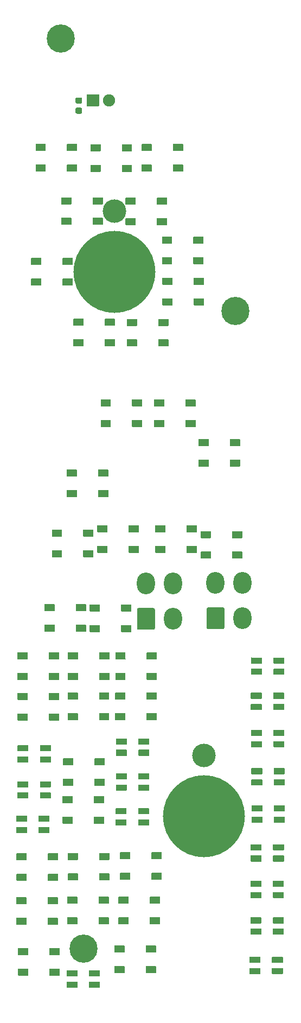
<source format=gbr>
%TF.GenerationSoftware,KiCad,Pcbnew,(5.1.12-1-10_14)*%
%TF.CreationDate,2021-11-21T12:04:54+11:00*%
%TF.ProjectId,SPIN RCV Panel PCB V1,5350494e-2052-4435-9620-50616e656c20,rev?*%
%TF.SameCoordinates,Original*%
%TF.FileFunction,Soldermask,Top*%
%TF.FilePolarity,Negative*%
%FSLAX46Y46*%
G04 Gerber Fmt 4.6, Leading zero omitted, Abs format (unit mm)*
G04 Created by KiCad (PCBNEW (5.1.12-1-10_14)) date 2021-11-21 12:04:54*
%MOMM*%
%LPD*%
G01*
G04 APERTURE LIST*
%ADD10C,4.400000*%
%ADD11C,12.800000*%
%ADD12C,3.672000*%
%ADD13O,2.800000X3.400000*%
%ADD14C,1.900000*%
G04 APERTURE END LIST*
D10*
%TO.C,REF\u002A\u002A*%
X243321123Y-153885436D03*
%TD*%
%TO.C,REF\u002A\u002A*%
X267006623Y-54380936D03*
%TD*%
%TO.C,REF\u002A\u002A*%
X239765123Y-11835936D03*
%TD*%
D11*
%TO.C,REF\u002A\u002A*%
X248083623Y-48284936D03*
X248083623Y-48284936D03*
D12*
X248083623Y-38759936D03*
%TD*%
D11*
%TO.C,REF\u002A\u002A*%
X262053623Y-133215091D03*
X262053623Y-133215091D03*
D12*
X262053623Y-123690091D03*
%TD*%
D13*
%TO.C,J2*%
X257235000Y-96900000D03*
X253035000Y-96900000D03*
X257235000Y-102400000D03*
G36*
G01*
X251635000Y-103839600D02*
X251635000Y-100960400D01*
G75*
G02*
X251895400Y-100700000I260400J0D01*
G01*
X254174600Y-100700000D01*
G75*
G02*
X254435000Y-100960400I0J-260400D01*
G01*
X254435000Y-103839600D01*
G75*
G02*
X254174600Y-104100000I-260400J0D01*
G01*
X251895400Y-104100000D01*
G75*
G02*
X251635000Y-103839600I0J260400D01*
G01*
G37*
%TD*%
%TO.C,J1*%
X268100000Y-96800000D03*
X263900000Y-96800000D03*
X268100000Y-102300000D03*
G36*
G01*
X262500000Y-103739600D02*
X262500000Y-100860400D01*
G75*
G02*
X262760400Y-100600000I260400J0D01*
G01*
X265039600Y-100600000D01*
G75*
G02*
X265300000Y-100860400I0J-260400D01*
G01*
X265300000Y-103739600D01*
G75*
G02*
X265039600Y-104000000I-260400J0D01*
G01*
X262760400Y-104000000D01*
G75*
G02*
X262500000Y-103739600I0J260400D01*
G01*
G37*
%TD*%
%TO.C,D53*%
G36*
G01*
X269208000Y-156025000D02*
X269208000Y-155175000D01*
G75*
G02*
X269258000Y-155125000I50000J0D01*
G01*
X270858000Y-155125000D01*
G75*
G02*
X270908000Y-155175000I0J-50000D01*
G01*
X270908000Y-156025000D01*
G75*
G02*
X270858000Y-156075000I-50000J0D01*
G01*
X269258000Y-156075000D01*
G75*
G02*
X269208000Y-156025000I0J50000D01*
G01*
G37*
G36*
G01*
X269208000Y-157775000D02*
X269208000Y-156925000D01*
G75*
G02*
X269258000Y-156875000I50000J0D01*
G01*
X270858000Y-156875000D01*
G75*
G02*
X270908000Y-156925000I0J-50000D01*
G01*
X270908000Y-157775000D01*
G75*
G02*
X270858000Y-157825000I-50000J0D01*
G01*
X269258000Y-157825000D01*
G75*
G02*
X269208000Y-157775000I0J50000D01*
G01*
G37*
G36*
G01*
X272708000Y-156025000D02*
X272708000Y-155175000D01*
G75*
G02*
X272758000Y-155125000I50000J0D01*
G01*
X274358000Y-155125000D01*
G75*
G02*
X274408000Y-155175000I0J-50000D01*
G01*
X274408000Y-156025000D01*
G75*
G02*
X274358000Y-156075000I-50000J0D01*
G01*
X272758000Y-156075000D01*
G75*
G02*
X272708000Y-156025000I0J50000D01*
G01*
G37*
G36*
G01*
X272708000Y-157775000D02*
X272708000Y-156925000D01*
G75*
G02*
X272758000Y-156875000I50000J0D01*
G01*
X274358000Y-156875000D01*
G75*
G02*
X274408000Y-156925000I0J-50000D01*
G01*
X274408000Y-157775000D01*
G75*
G02*
X274358000Y-157825000I-50000J0D01*
G01*
X272758000Y-157825000D01*
G75*
G02*
X272708000Y-157775000I0J50000D01*
G01*
G37*
%TD*%
%TO.C,D51*%
G36*
G01*
X240644000Y-158147000D02*
X240644000Y-157297000D01*
G75*
G02*
X240694000Y-157247000I50000J0D01*
G01*
X242294000Y-157247000D01*
G75*
G02*
X242344000Y-157297000I0J-50000D01*
G01*
X242344000Y-158147000D01*
G75*
G02*
X242294000Y-158197000I-50000J0D01*
G01*
X240694000Y-158197000D01*
G75*
G02*
X240644000Y-158147000I0J50000D01*
G01*
G37*
G36*
G01*
X240644000Y-159897000D02*
X240644000Y-159047000D01*
G75*
G02*
X240694000Y-158997000I50000J0D01*
G01*
X242294000Y-158997000D01*
G75*
G02*
X242344000Y-159047000I0J-50000D01*
G01*
X242344000Y-159897000D01*
G75*
G02*
X242294000Y-159947000I-50000J0D01*
G01*
X240694000Y-159947000D01*
G75*
G02*
X240644000Y-159897000I0J50000D01*
G01*
G37*
G36*
G01*
X244144000Y-158147000D02*
X244144000Y-157297000D01*
G75*
G02*
X244194000Y-157247000I50000J0D01*
G01*
X245794000Y-157247000D01*
G75*
G02*
X245844000Y-157297000I0J-50000D01*
G01*
X245844000Y-158147000D01*
G75*
G02*
X245794000Y-158197000I-50000J0D01*
G01*
X244194000Y-158197000D01*
G75*
G02*
X244144000Y-158147000I0J50000D01*
G01*
G37*
G36*
G01*
X244144000Y-159897000D02*
X244144000Y-159047000D01*
G75*
G02*
X244194000Y-158997000I50000J0D01*
G01*
X245794000Y-158997000D01*
G75*
G02*
X245844000Y-159047000I0J-50000D01*
G01*
X245844000Y-159897000D01*
G75*
G02*
X245794000Y-159947000I-50000J0D01*
G01*
X244194000Y-159947000D01*
G75*
G02*
X244144000Y-159897000I0J50000D01*
G01*
G37*
%TD*%
%TO.C,D49*%
G36*
G01*
X269346000Y-149867000D02*
X269346000Y-149017000D01*
G75*
G02*
X269396000Y-148967000I50000J0D01*
G01*
X270996000Y-148967000D01*
G75*
G02*
X271046000Y-149017000I0J-50000D01*
G01*
X271046000Y-149867000D01*
G75*
G02*
X270996000Y-149917000I-50000J0D01*
G01*
X269396000Y-149917000D01*
G75*
G02*
X269346000Y-149867000I0J50000D01*
G01*
G37*
G36*
G01*
X269346000Y-151617000D02*
X269346000Y-150767000D01*
G75*
G02*
X269396000Y-150717000I50000J0D01*
G01*
X270996000Y-150717000D01*
G75*
G02*
X271046000Y-150767000I0J-50000D01*
G01*
X271046000Y-151617000D01*
G75*
G02*
X270996000Y-151667000I-50000J0D01*
G01*
X269396000Y-151667000D01*
G75*
G02*
X269346000Y-151617000I0J50000D01*
G01*
G37*
G36*
G01*
X272846000Y-149867000D02*
X272846000Y-149017000D01*
G75*
G02*
X272896000Y-148967000I50000J0D01*
G01*
X274496000Y-148967000D01*
G75*
G02*
X274546000Y-149017000I0J-50000D01*
G01*
X274546000Y-149867000D01*
G75*
G02*
X274496000Y-149917000I-50000J0D01*
G01*
X272896000Y-149917000D01*
G75*
G02*
X272846000Y-149867000I0J50000D01*
G01*
G37*
G36*
G01*
X272846000Y-151617000D02*
X272846000Y-150767000D01*
G75*
G02*
X272896000Y-150717000I50000J0D01*
G01*
X274496000Y-150717000D01*
G75*
G02*
X274546000Y-150767000I0J-50000D01*
G01*
X274546000Y-151617000D01*
G75*
G02*
X274496000Y-151667000I-50000J0D01*
G01*
X272896000Y-151667000D01*
G75*
G02*
X272846000Y-151617000I0J50000D01*
G01*
G37*
%TD*%
%TO.C,D45*%
G36*
G01*
X269358000Y-144152000D02*
X269358000Y-143302000D01*
G75*
G02*
X269408000Y-143252000I50000J0D01*
G01*
X271008000Y-143252000D01*
G75*
G02*
X271058000Y-143302000I0J-50000D01*
G01*
X271058000Y-144152000D01*
G75*
G02*
X271008000Y-144202000I-50000J0D01*
G01*
X269408000Y-144202000D01*
G75*
G02*
X269358000Y-144152000I0J50000D01*
G01*
G37*
G36*
G01*
X269358000Y-145902000D02*
X269358000Y-145052000D01*
G75*
G02*
X269408000Y-145002000I50000J0D01*
G01*
X271008000Y-145002000D01*
G75*
G02*
X271058000Y-145052000I0J-50000D01*
G01*
X271058000Y-145902000D01*
G75*
G02*
X271008000Y-145952000I-50000J0D01*
G01*
X269408000Y-145952000D01*
G75*
G02*
X269358000Y-145902000I0J50000D01*
G01*
G37*
G36*
G01*
X272858000Y-144152000D02*
X272858000Y-143302000D01*
G75*
G02*
X272908000Y-143252000I50000J0D01*
G01*
X274508000Y-143252000D01*
G75*
G02*
X274558000Y-143302000I0J-50000D01*
G01*
X274558000Y-144152000D01*
G75*
G02*
X274508000Y-144202000I-50000J0D01*
G01*
X272908000Y-144202000D01*
G75*
G02*
X272858000Y-144152000I0J50000D01*
G01*
G37*
G36*
G01*
X272858000Y-145902000D02*
X272858000Y-145052000D01*
G75*
G02*
X272908000Y-145002000I50000J0D01*
G01*
X274508000Y-145002000D01*
G75*
G02*
X274558000Y-145052000I0J-50000D01*
G01*
X274558000Y-145902000D01*
G75*
G02*
X274508000Y-145952000I-50000J0D01*
G01*
X272908000Y-145952000D01*
G75*
G02*
X272858000Y-145902000I0J50000D01*
G01*
G37*
%TD*%
%TO.C,D44*%
G36*
G01*
X269372000Y-138462000D02*
X269372000Y-137612000D01*
G75*
G02*
X269422000Y-137562000I50000J0D01*
G01*
X271022000Y-137562000D01*
G75*
G02*
X271072000Y-137612000I0J-50000D01*
G01*
X271072000Y-138462000D01*
G75*
G02*
X271022000Y-138512000I-50000J0D01*
G01*
X269422000Y-138512000D01*
G75*
G02*
X269372000Y-138462000I0J50000D01*
G01*
G37*
G36*
G01*
X269372000Y-140212000D02*
X269372000Y-139362000D01*
G75*
G02*
X269422000Y-139312000I50000J0D01*
G01*
X271022000Y-139312000D01*
G75*
G02*
X271072000Y-139362000I0J-50000D01*
G01*
X271072000Y-140212000D01*
G75*
G02*
X271022000Y-140262000I-50000J0D01*
G01*
X269422000Y-140262000D01*
G75*
G02*
X269372000Y-140212000I0J50000D01*
G01*
G37*
G36*
G01*
X272872000Y-138462000D02*
X272872000Y-137612000D01*
G75*
G02*
X272922000Y-137562000I50000J0D01*
G01*
X274522000Y-137562000D01*
G75*
G02*
X274572000Y-137612000I0J-50000D01*
G01*
X274572000Y-138462000D01*
G75*
G02*
X274522000Y-138512000I-50000J0D01*
G01*
X272922000Y-138512000D01*
G75*
G02*
X272872000Y-138462000I0J50000D01*
G01*
G37*
G36*
G01*
X272872000Y-140212000D02*
X272872000Y-139362000D01*
G75*
G02*
X272922000Y-139312000I50000J0D01*
G01*
X274522000Y-139312000D01*
G75*
G02*
X274572000Y-139362000I0J-50000D01*
G01*
X274572000Y-140212000D01*
G75*
G02*
X274522000Y-140262000I-50000J0D01*
G01*
X272922000Y-140262000D01*
G75*
G02*
X272872000Y-140212000I0J50000D01*
G01*
G37*
%TD*%
%TO.C,D40*%
G36*
G01*
X269510000Y-132392000D02*
X269510000Y-131542000D01*
G75*
G02*
X269560000Y-131492000I50000J0D01*
G01*
X271160000Y-131492000D01*
G75*
G02*
X271210000Y-131542000I0J-50000D01*
G01*
X271210000Y-132392000D01*
G75*
G02*
X271160000Y-132442000I-50000J0D01*
G01*
X269560000Y-132442000D01*
G75*
G02*
X269510000Y-132392000I0J50000D01*
G01*
G37*
G36*
G01*
X269510000Y-134142000D02*
X269510000Y-133292000D01*
G75*
G02*
X269560000Y-133242000I50000J0D01*
G01*
X271160000Y-133242000D01*
G75*
G02*
X271210000Y-133292000I0J-50000D01*
G01*
X271210000Y-134142000D01*
G75*
G02*
X271160000Y-134192000I-50000J0D01*
G01*
X269560000Y-134192000D01*
G75*
G02*
X269510000Y-134142000I0J50000D01*
G01*
G37*
G36*
G01*
X273010000Y-132392000D02*
X273010000Y-131542000D01*
G75*
G02*
X273060000Y-131492000I50000J0D01*
G01*
X274660000Y-131492000D01*
G75*
G02*
X274710000Y-131542000I0J-50000D01*
G01*
X274710000Y-132392000D01*
G75*
G02*
X274660000Y-132442000I-50000J0D01*
G01*
X273060000Y-132442000D01*
G75*
G02*
X273010000Y-132392000I0J50000D01*
G01*
G37*
G36*
G01*
X273010000Y-134142000D02*
X273010000Y-133292000D01*
G75*
G02*
X273060000Y-133242000I50000J0D01*
G01*
X274660000Y-133242000D01*
G75*
G02*
X274710000Y-133292000I0J-50000D01*
G01*
X274710000Y-134142000D01*
G75*
G02*
X274660000Y-134192000I-50000J0D01*
G01*
X273060000Y-134192000D01*
G75*
G02*
X273010000Y-134142000I0J50000D01*
G01*
G37*
%TD*%
%TO.C,D39*%
G36*
G01*
X248304000Y-132835000D02*
X248304000Y-131985000D01*
G75*
G02*
X248354000Y-131935000I50000J0D01*
G01*
X249954000Y-131935000D01*
G75*
G02*
X250004000Y-131985000I0J-50000D01*
G01*
X250004000Y-132835000D01*
G75*
G02*
X249954000Y-132885000I-50000J0D01*
G01*
X248354000Y-132885000D01*
G75*
G02*
X248304000Y-132835000I0J50000D01*
G01*
G37*
G36*
G01*
X248304000Y-134585000D02*
X248304000Y-133735000D01*
G75*
G02*
X248354000Y-133685000I50000J0D01*
G01*
X249954000Y-133685000D01*
G75*
G02*
X250004000Y-133735000I0J-50000D01*
G01*
X250004000Y-134585000D01*
G75*
G02*
X249954000Y-134635000I-50000J0D01*
G01*
X248354000Y-134635000D01*
G75*
G02*
X248304000Y-134585000I0J50000D01*
G01*
G37*
G36*
G01*
X251804000Y-132835000D02*
X251804000Y-131985000D01*
G75*
G02*
X251854000Y-131935000I50000J0D01*
G01*
X253454000Y-131935000D01*
G75*
G02*
X253504000Y-131985000I0J-50000D01*
G01*
X253504000Y-132835000D01*
G75*
G02*
X253454000Y-132885000I-50000J0D01*
G01*
X251854000Y-132885000D01*
G75*
G02*
X251804000Y-132835000I0J50000D01*
G01*
G37*
G36*
G01*
X251804000Y-134585000D02*
X251804000Y-133735000D01*
G75*
G02*
X251854000Y-133685000I50000J0D01*
G01*
X253454000Y-133685000D01*
G75*
G02*
X253504000Y-133735000I0J-50000D01*
G01*
X253504000Y-134585000D01*
G75*
G02*
X253454000Y-134635000I-50000J0D01*
G01*
X251854000Y-134635000D01*
G75*
G02*
X251804000Y-134585000I0J50000D01*
G01*
G37*
%TD*%
%TO.C,D37*%
G36*
G01*
X232768000Y-134017000D02*
X232768000Y-133167000D01*
G75*
G02*
X232818000Y-133117000I50000J0D01*
G01*
X234418000Y-133117000D01*
G75*
G02*
X234468000Y-133167000I0J-50000D01*
G01*
X234468000Y-134017000D01*
G75*
G02*
X234418000Y-134067000I-50000J0D01*
G01*
X232818000Y-134067000D01*
G75*
G02*
X232768000Y-134017000I0J50000D01*
G01*
G37*
G36*
G01*
X232768000Y-135767000D02*
X232768000Y-134917000D01*
G75*
G02*
X232818000Y-134867000I50000J0D01*
G01*
X234418000Y-134867000D01*
G75*
G02*
X234468000Y-134917000I0J-50000D01*
G01*
X234468000Y-135767000D01*
G75*
G02*
X234418000Y-135817000I-50000J0D01*
G01*
X232818000Y-135817000D01*
G75*
G02*
X232768000Y-135767000I0J50000D01*
G01*
G37*
G36*
G01*
X236268000Y-134017000D02*
X236268000Y-133167000D01*
G75*
G02*
X236318000Y-133117000I50000J0D01*
G01*
X237918000Y-133117000D01*
G75*
G02*
X237968000Y-133167000I0J-50000D01*
G01*
X237968000Y-134017000D01*
G75*
G02*
X237918000Y-134067000I-50000J0D01*
G01*
X236318000Y-134067000D01*
G75*
G02*
X236268000Y-134017000I0J50000D01*
G01*
G37*
G36*
G01*
X236268000Y-135767000D02*
X236268000Y-134917000D01*
G75*
G02*
X236318000Y-134867000I50000J0D01*
G01*
X237918000Y-134867000D01*
G75*
G02*
X237968000Y-134917000I0J-50000D01*
G01*
X237968000Y-135767000D01*
G75*
G02*
X237918000Y-135817000I-50000J0D01*
G01*
X236318000Y-135817000D01*
G75*
G02*
X236268000Y-135767000I0J50000D01*
G01*
G37*
%TD*%
%TO.C,D36*%
G36*
G01*
X269487000Y-126587000D02*
X269487000Y-125737000D01*
G75*
G02*
X269537000Y-125687000I50000J0D01*
G01*
X271137000Y-125687000D01*
G75*
G02*
X271187000Y-125737000I0J-50000D01*
G01*
X271187000Y-126587000D01*
G75*
G02*
X271137000Y-126637000I-50000J0D01*
G01*
X269537000Y-126637000D01*
G75*
G02*
X269487000Y-126587000I0J50000D01*
G01*
G37*
G36*
G01*
X269487000Y-128337000D02*
X269487000Y-127487000D01*
G75*
G02*
X269537000Y-127437000I50000J0D01*
G01*
X271137000Y-127437000D01*
G75*
G02*
X271187000Y-127487000I0J-50000D01*
G01*
X271187000Y-128337000D01*
G75*
G02*
X271137000Y-128387000I-50000J0D01*
G01*
X269537000Y-128387000D01*
G75*
G02*
X269487000Y-128337000I0J50000D01*
G01*
G37*
G36*
G01*
X272987000Y-126587000D02*
X272987000Y-125737000D01*
G75*
G02*
X273037000Y-125687000I50000J0D01*
G01*
X274637000Y-125687000D01*
G75*
G02*
X274687000Y-125737000I0J-50000D01*
G01*
X274687000Y-126587000D01*
G75*
G02*
X274637000Y-126637000I-50000J0D01*
G01*
X273037000Y-126637000D01*
G75*
G02*
X272987000Y-126587000I0J50000D01*
G01*
G37*
G36*
G01*
X272987000Y-128337000D02*
X272987000Y-127487000D01*
G75*
G02*
X273037000Y-127437000I50000J0D01*
G01*
X274637000Y-127437000D01*
G75*
G02*
X274687000Y-127487000I0J-50000D01*
G01*
X274687000Y-128337000D01*
G75*
G02*
X274637000Y-128387000I-50000J0D01*
G01*
X273037000Y-128387000D01*
G75*
G02*
X272987000Y-128337000I0J50000D01*
G01*
G37*
%TD*%
%TO.C,D35*%
G36*
G01*
X248329000Y-127400000D02*
X248329000Y-126550000D01*
G75*
G02*
X248379000Y-126500000I50000J0D01*
G01*
X249979000Y-126500000D01*
G75*
G02*
X250029000Y-126550000I0J-50000D01*
G01*
X250029000Y-127400000D01*
G75*
G02*
X249979000Y-127450000I-50000J0D01*
G01*
X248379000Y-127450000D01*
G75*
G02*
X248329000Y-127400000I0J50000D01*
G01*
G37*
G36*
G01*
X248329000Y-129150000D02*
X248329000Y-128300000D01*
G75*
G02*
X248379000Y-128250000I50000J0D01*
G01*
X249979000Y-128250000D01*
G75*
G02*
X250029000Y-128300000I0J-50000D01*
G01*
X250029000Y-129150000D01*
G75*
G02*
X249979000Y-129200000I-50000J0D01*
G01*
X248379000Y-129200000D01*
G75*
G02*
X248329000Y-129150000I0J50000D01*
G01*
G37*
G36*
G01*
X251829000Y-127400000D02*
X251829000Y-126550000D01*
G75*
G02*
X251879000Y-126500000I50000J0D01*
G01*
X253479000Y-126500000D01*
G75*
G02*
X253529000Y-126550000I0J-50000D01*
G01*
X253529000Y-127400000D01*
G75*
G02*
X253479000Y-127450000I-50000J0D01*
G01*
X251879000Y-127450000D01*
G75*
G02*
X251829000Y-127400000I0J50000D01*
G01*
G37*
G36*
G01*
X251829000Y-129150000D02*
X251829000Y-128300000D01*
G75*
G02*
X251879000Y-128250000I50000J0D01*
G01*
X253479000Y-128250000D01*
G75*
G02*
X253529000Y-128300000I0J-50000D01*
G01*
X253529000Y-129150000D01*
G75*
G02*
X253479000Y-129200000I-50000J0D01*
G01*
X251879000Y-129200000D01*
G75*
G02*
X251829000Y-129150000I0J50000D01*
G01*
G37*
%TD*%
%TO.C,D34*%
G36*
G01*
X232973000Y-128633000D02*
X232973000Y-127783000D01*
G75*
G02*
X233023000Y-127733000I50000J0D01*
G01*
X234623000Y-127733000D01*
G75*
G02*
X234673000Y-127783000I0J-50000D01*
G01*
X234673000Y-128633000D01*
G75*
G02*
X234623000Y-128683000I-50000J0D01*
G01*
X233023000Y-128683000D01*
G75*
G02*
X232973000Y-128633000I0J50000D01*
G01*
G37*
G36*
G01*
X232973000Y-130383000D02*
X232973000Y-129533000D01*
G75*
G02*
X233023000Y-129483000I50000J0D01*
G01*
X234623000Y-129483000D01*
G75*
G02*
X234673000Y-129533000I0J-50000D01*
G01*
X234673000Y-130383000D01*
G75*
G02*
X234623000Y-130433000I-50000J0D01*
G01*
X233023000Y-130433000D01*
G75*
G02*
X232973000Y-130383000I0J50000D01*
G01*
G37*
G36*
G01*
X236473000Y-128633000D02*
X236473000Y-127783000D01*
G75*
G02*
X236523000Y-127733000I50000J0D01*
G01*
X238123000Y-127733000D01*
G75*
G02*
X238173000Y-127783000I0J-50000D01*
G01*
X238173000Y-128633000D01*
G75*
G02*
X238123000Y-128683000I-50000J0D01*
G01*
X236523000Y-128683000D01*
G75*
G02*
X236473000Y-128633000I0J50000D01*
G01*
G37*
G36*
G01*
X236473000Y-130383000D02*
X236473000Y-129533000D01*
G75*
G02*
X236523000Y-129483000I50000J0D01*
G01*
X238123000Y-129483000D01*
G75*
G02*
X238173000Y-129533000I0J-50000D01*
G01*
X238173000Y-130383000D01*
G75*
G02*
X238123000Y-130433000I-50000J0D01*
G01*
X236523000Y-130433000D01*
G75*
G02*
X236473000Y-130383000I0J50000D01*
G01*
G37*
%TD*%
%TO.C,D33*%
G36*
G01*
X269437000Y-120618000D02*
X269437000Y-119768000D01*
G75*
G02*
X269487000Y-119718000I50000J0D01*
G01*
X271087000Y-119718000D01*
G75*
G02*
X271137000Y-119768000I0J-50000D01*
G01*
X271137000Y-120618000D01*
G75*
G02*
X271087000Y-120668000I-50000J0D01*
G01*
X269487000Y-120668000D01*
G75*
G02*
X269437000Y-120618000I0J50000D01*
G01*
G37*
G36*
G01*
X269437000Y-122368000D02*
X269437000Y-121518000D01*
G75*
G02*
X269487000Y-121468000I50000J0D01*
G01*
X271087000Y-121468000D01*
G75*
G02*
X271137000Y-121518000I0J-50000D01*
G01*
X271137000Y-122368000D01*
G75*
G02*
X271087000Y-122418000I-50000J0D01*
G01*
X269487000Y-122418000D01*
G75*
G02*
X269437000Y-122368000I0J50000D01*
G01*
G37*
G36*
G01*
X272937000Y-120618000D02*
X272937000Y-119768000D01*
G75*
G02*
X272987000Y-119718000I50000J0D01*
G01*
X274587000Y-119718000D01*
G75*
G02*
X274637000Y-119768000I0J-50000D01*
G01*
X274637000Y-120618000D01*
G75*
G02*
X274587000Y-120668000I-50000J0D01*
G01*
X272987000Y-120668000D01*
G75*
G02*
X272937000Y-120618000I0J50000D01*
G01*
G37*
G36*
G01*
X272937000Y-122368000D02*
X272937000Y-121518000D01*
G75*
G02*
X272987000Y-121468000I50000J0D01*
G01*
X274587000Y-121468000D01*
G75*
G02*
X274637000Y-121518000I0J-50000D01*
G01*
X274637000Y-122368000D01*
G75*
G02*
X274587000Y-122418000I-50000J0D01*
G01*
X272987000Y-122418000D01*
G75*
G02*
X272937000Y-122368000I0J50000D01*
G01*
G37*
%TD*%
%TO.C,D32*%
G36*
G01*
X248355000Y-121964000D02*
X248355000Y-121114000D01*
G75*
G02*
X248405000Y-121064000I50000J0D01*
G01*
X250005000Y-121064000D01*
G75*
G02*
X250055000Y-121114000I0J-50000D01*
G01*
X250055000Y-121964000D01*
G75*
G02*
X250005000Y-122014000I-50000J0D01*
G01*
X248405000Y-122014000D01*
G75*
G02*
X248355000Y-121964000I0J50000D01*
G01*
G37*
G36*
G01*
X248355000Y-123714000D02*
X248355000Y-122864000D01*
G75*
G02*
X248405000Y-122814000I50000J0D01*
G01*
X250005000Y-122814000D01*
G75*
G02*
X250055000Y-122864000I0J-50000D01*
G01*
X250055000Y-123714000D01*
G75*
G02*
X250005000Y-123764000I-50000J0D01*
G01*
X248405000Y-123764000D01*
G75*
G02*
X248355000Y-123714000I0J50000D01*
G01*
G37*
G36*
G01*
X251855000Y-121964000D02*
X251855000Y-121114000D01*
G75*
G02*
X251905000Y-121064000I50000J0D01*
G01*
X253505000Y-121064000D01*
G75*
G02*
X253555000Y-121114000I0J-50000D01*
G01*
X253555000Y-121964000D01*
G75*
G02*
X253505000Y-122014000I-50000J0D01*
G01*
X251905000Y-122014000D01*
G75*
G02*
X251855000Y-121964000I0J50000D01*
G01*
G37*
G36*
G01*
X251855000Y-123714000D02*
X251855000Y-122864000D01*
G75*
G02*
X251905000Y-122814000I50000J0D01*
G01*
X253505000Y-122814000D01*
G75*
G02*
X253555000Y-122864000I0J-50000D01*
G01*
X253555000Y-123714000D01*
G75*
G02*
X253505000Y-123764000I-50000J0D01*
G01*
X251905000Y-123764000D01*
G75*
G02*
X251855000Y-123714000I0J50000D01*
G01*
G37*
%TD*%
%TO.C,D30*%
G36*
G01*
X232988000Y-123005000D02*
X232988000Y-122155000D01*
G75*
G02*
X233038000Y-122105000I50000J0D01*
G01*
X234638000Y-122105000D01*
G75*
G02*
X234688000Y-122155000I0J-50000D01*
G01*
X234688000Y-123005000D01*
G75*
G02*
X234638000Y-123055000I-50000J0D01*
G01*
X233038000Y-123055000D01*
G75*
G02*
X232988000Y-123005000I0J50000D01*
G01*
G37*
G36*
G01*
X232988000Y-124755000D02*
X232988000Y-123905000D01*
G75*
G02*
X233038000Y-123855000I50000J0D01*
G01*
X234638000Y-123855000D01*
G75*
G02*
X234688000Y-123905000I0J-50000D01*
G01*
X234688000Y-124755000D01*
G75*
G02*
X234638000Y-124805000I-50000J0D01*
G01*
X233038000Y-124805000D01*
G75*
G02*
X232988000Y-124755000I0J50000D01*
G01*
G37*
G36*
G01*
X236488000Y-123005000D02*
X236488000Y-122155000D01*
G75*
G02*
X236538000Y-122105000I50000J0D01*
G01*
X238138000Y-122105000D01*
G75*
G02*
X238188000Y-122155000I0J-50000D01*
G01*
X238188000Y-123005000D01*
G75*
G02*
X238138000Y-123055000I-50000J0D01*
G01*
X236538000Y-123055000D01*
G75*
G02*
X236488000Y-123005000I0J50000D01*
G01*
G37*
G36*
G01*
X236488000Y-124755000D02*
X236488000Y-123905000D01*
G75*
G02*
X236538000Y-123855000I50000J0D01*
G01*
X238138000Y-123855000D01*
G75*
G02*
X238188000Y-123905000I0J-50000D01*
G01*
X238188000Y-124755000D01*
G75*
G02*
X238138000Y-124805000I-50000J0D01*
G01*
X236538000Y-124805000D01*
G75*
G02*
X236488000Y-124755000I0J50000D01*
G01*
G37*
%TD*%
%TO.C,D29*%
G36*
G01*
X269406000Y-114827000D02*
X269406000Y-113977000D01*
G75*
G02*
X269456000Y-113927000I50000J0D01*
G01*
X271056000Y-113927000D01*
G75*
G02*
X271106000Y-113977000I0J-50000D01*
G01*
X271106000Y-114827000D01*
G75*
G02*
X271056000Y-114877000I-50000J0D01*
G01*
X269456000Y-114877000D01*
G75*
G02*
X269406000Y-114827000I0J50000D01*
G01*
G37*
G36*
G01*
X269406000Y-116577000D02*
X269406000Y-115727000D01*
G75*
G02*
X269456000Y-115677000I50000J0D01*
G01*
X271056000Y-115677000D01*
G75*
G02*
X271106000Y-115727000I0J-50000D01*
G01*
X271106000Y-116577000D01*
G75*
G02*
X271056000Y-116627000I-50000J0D01*
G01*
X269456000Y-116627000D01*
G75*
G02*
X269406000Y-116577000I0J50000D01*
G01*
G37*
G36*
G01*
X272906000Y-114827000D02*
X272906000Y-113977000D01*
G75*
G02*
X272956000Y-113927000I50000J0D01*
G01*
X274556000Y-113927000D01*
G75*
G02*
X274606000Y-113977000I0J-50000D01*
G01*
X274606000Y-114827000D01*
G75*
G02*
X274556000Y-114877000I-50000J0D01*
G01*
X272956000Y-114877000D01*
G75*
G02*
X272906000Y-114827000I0J50000D01*
G01*
G37*
G36*
G01*
X272906000Y-116577000D02*
X272906000Y-115727000D01*
G75*
G02*
X272956000Y-115677000I50000J0D01*
G01*
X274556000Y-115677000D01*
G75*
G02*
X274606000Y-115727000I0J-50000D01*
G01*
X274606000Y-116577000D01*
G75*
G02*
X274556000Y-116627000I-50000J0D01*
G01*
X272956000Y-116627000D01*
G75*
G02*
X272906000Y-116577000I0J50000D01*
G01*
G37*
%TD*%
%TO.C,D25*%
G36*
G01*
X269450000Y-109325000D02*
X269450000Y-108475000D01*
G75*
G02*
X269500000Y-108425000I50000J0D01*
G01*
X271100000Y-108425000D01*
G75*
G02*
X271150000Y-108475000I0J-50000D01*
G01*
X271150000Y-109325000D01*
G75*
G02*
X271100000Y-109375000I-50000J0D01*
G01*
X269500000Y-109375000D01*
G75*
G02*
X269450000Y-109325000I0J50000D01*
G01*
G37*
G36*
G01*
X269450000Y-111075000D02*
X269450000Y-110225000D01*
G75*
G02*
X269500000Y-110175000I50000J0D01*
G01*
X271100000Y-110175000D01*
G75*
G02*
X271150000Y-110225000I0J-50000D01*
G01*
X271150000Y-111075000D01*
G75*
G02*
X271100000Y-111125000I-50000J0D01*
G01*
X269500000Y-111125000D01*
G75*
G02*
X269450000Y-111075000I0J50000D01*
G01*
G37*
G36*
G01*
X272950000Y-109325000D02*
X272950000Y-108475000D01*
G75*
G02*
X273000000Y-108425000I50000J0D01*
G01*
X274600000Y-108425000D01*
G75*
G02*
X274650000Y-108475000I0J-50000D01*
G01*
X274650000Y-109325000D01*
G75*
G02*
X274600000Y-109375000I-50000J0D01*
G01*
X273000000Y-109375000D01*
G75*
G02*
X272950000Y-109325000I0J50000D01*
G01*
G37*
G36*
G01*
X272950000Y-111075000D02*
X272950000Y-110225000D01*
G75*
G02*
X273000000Y-110175000I50000J0D01*
G01*
X274600000Y-110175000D01*
G75*
G02*
X274650000Y-110225000I0J-50000D01*
G01*
X274650000Y-111075000D01*
G75*
G02*
X274600000Y-111125000I-50000J0D01*
G01*
X273000000Y-111125000D01*
G75*
G02*
X272950000Y-111075000I0J50000D01*
G01*
G37*
%TD*%
%TO.C,R1*%
G36*
G01*
X242263750Y-22626600D02*
X242826250Y-22626600D01*
G75*
G02*
X243070000Y-22870350I0J-243750D01*
G01*
X243070000Y-23357850D01*
G75*
G02*
X242826250Y-23601600I-243750J0D01*
G01*
X242263750Y-23601600D01*
G75*
G02*
X242020000Y-23357850I0J243750D01*
G01*
X242020000Y-22870350D01*
G75*
G02*
X242263750Y-22626600I243750J0D01*
G01*
G37*
G36*
G01*
X242263750Y-21051600D02*
X242826250Y-21051600D01*
G75*
G02*
X243070000Y-21295350I0J-243750D01*
G01*
X243070000Y-21782850D01*
G75*
G02*
X242826250Y-22026600I-243750J0D01*
G01*
X242263750Y-22026600D01*
G75*
G02*
X242020000Y-21782850I0J243750D01*
G01*
X242020000Y-21295350D01*
G75*
G02*
X242263750Y-21051600I243750J0D01*
G01*
G37*
%TD*%
%TO.C,D52*%
G36*
G01*
X248097000Y-154424000D02*
X248097000Y-153424000D01*
G75*
G02*
X248147000Y-153374000I50000J0D01*
G01*
X249647000Y-153374000D01*
G75*
G02*
X249697000Y-153424000I0J-50000D01*
G01*
X249697000Y-154424000D01*
G75*
G02*
X249647000Y-154474000I-50000J0D01*
G01*
X248147000Y-154474000D01*
G75*
G02*
X248097000Y-154424000I0J50000D01*
G01*
G37*
G36*
G01*
X248097000Y-157624000D02*
X248097000Y-156624000D01*
G75*
G02*
X248147000Y-156574000I50000J0D01*
G01*
X249647000Y-156574000D01*
G75*
G02*
X249697000Y-156624000I0J-50000D01*
G01*
X249697000Y-157624000D01*
G75*
G02*
X249647000Y-157674000I-50000J0D01*
G01*
X248147000Y-157674000D01*
G75*
G02*
X248097000Y-157624000I0J50000D01*
G01*
G37*
G36*
G01*
X252997000Y-154424000D02*
X252997000Y-153424000D01*
G75*
G02*
X253047000Y-153374000I50000J0D01*
G01*
X254547000Y-153374000D01*
G75*
G02*
X254597000Y-153424000I0J-50000D01*
G01*
X254597000Y-154424000D01*
G75*
G02*
X254547000Y-154474000I-50000J0D01*
G01*
X253047000Y-154474000D01*
G75*
G02*
X252997000Y-154424000I0J50000D01*
G01*
G37*
G36*
G01*
X252997000Y-157624000D02*
X252997000Y-156624000D01*
G75*
G02*
X253047000Y-156574000I50000J0D01*
G01*
X254547000Y-156574000D01*
G75*
G02*
X254597000Y-156624000I0J-50000D01*
G01*
X254597000Y-157624000D01*
G75*
G02*
X254547000Y-157674000I-50000J0D01*
G01*
X253047000Y-157674000D01*
G75*
G02*
X252997000Y-157624000I0J50000D01*
G01*
G37*
%TD*%
%TO.C,D50*%
G36*
G01*
X233058000Y-154805000D02*
X233058000Y-153805000D01*
G75*
G02*
X233108000Y-153755000I50000J0D01*
G01*
X234608000Y-153755000D01*
G75*
G02*
X234658000Y-153805000I0J-50000D01*
G01*
X234658000Y-154805000D01*
G75*
G02*
X234608000Y-154855000I-50000J0D01*
G01*
X233108000Y-154855000D01*
G75*
G02*
X233058000Y-154805000I0J50000D01*
G01*
G37*
G36*
G01*
X233058000Y-158005000D02*
X233058000Y-157005000D01*
G75*
G02*
X233108000Y-156955000I50000J0D01*
G01*
X234608000Y-156955000D01*
G75*
G02*
X234658000Y-157005000I0J-50000D01*
G01*
X234658000Y-158005000D01*
G75*
G02*
X234608000Y-158055000I-50000J0D01*
G01*
X233108000Y-158055000D01*
G75*
G02*
X233058000Y-158005000I0J50000D01*
G01*
G37*
G36*
G01*
X237958000Y-154805000D02*
X237958000Y-153805000D01*
G75*
G02*
X238008000Y-153755000I50000J0D01*
G01*
X239508000Y-153755000D01*
G75*
G02*
X239558000Y-153805000I0J-50000D01*
G01*
X239558000Y-154805000D01*
G75*
G02*
X239508000Y-154855000I-50000J0D01*
G01*
X238008000Y-154855000D01*
G75*
G02*
X237958000Y-154805000I0J50000D01*
G01*
G37*
G36*
G01*
X237958000Y-158005000D02*
X237958000Y-157005000D01*
G75*
G02*
X238008000Y-156955000I50000J0D01*
G01*
X239508000Y-156955000D01*
G75*
G02*
X239558000Y-157005000I0J-50000D01*
G01*
X239558000Y-158005000D01*
G75*
G02*
X239508000Y-158055000I-50000J0D01*
G01*
X238008000Y-158055000D01*
G75*
G02*
X237958000Y-158005000I0J50000D01*
G01*
G37*
%TD*%
%TO.C,D48*%
G36*
G01*
X248732000Y-146804000D02*
X248732000Y-145804000D01*
G75*
G02*
X248782000Y-145754000I50000J0D01*
G01*
X250282000Y-145754000D01*
G75*
G02*
X250332000Y-145804000I0J-50000D01*
G01*
X250332000Y-146804000D01*
G75*
G02*
X250282000Y-146854000I-50000J0D01*
G01*
X248782000Y-146854000D01*
G75*
G02*
X248732000Y-146804000I0J50000D01*
G01*
G37*
G36*
G01*
X248732000Y-150004000D02*
X248732000Y-149004000D01*
G75*
G02*
X248782000Y-148954000I50000J0D01*
G01*
X250282000Y-148954000D01*
G75*
G02*
X250332000Y-149004000I0J-50000D01*
G01*
X250332000Y-150004000D01*
G75*
G02*
X250282000Y-150054000I-50000J0D01*
G01*
X248782000Y-150054000D01*
G75*
G02*
X248732000Y-150004000I0J50000D01*
G01*
G37*
G36*
G01*
X253632000Y-146804000D02*
X253632000Y-145804000D01*
G75*
G02*
X253682000Y-145754000I50000J0D01*
G01*
X255182000Y-145754000D01*
G75*
G02*
X255232000Y-145804000I0J-50000D01*
G01*
X255232000Y-146804000D01*
G75*
G02*
X255182000Y-146854000I-50000J0D01*
G01*
X253682000Y-146854000D01*
G75*
G02*
X253632000Y-146804000I0J50000D01*
G01*
G37*
G36*
G01*
X253632000Y-150004000D02*
X253632000Y-149004000D01*
G75*
G02*
X253682000Y-148954000I50000J0D01*
G01*
X255182000Y-148954000D01*
G75*
G02*
X255232000Y-149004000I0J-50000D01*
G01*
X255232000Y-150004000D01*
G75*
G02*
X255182000Y-150054000I-50000J0D01*
G01*
X253682000Y-150054000D01*
G75*
G02*
X253632000Y-150004000I0J50000D01*
G01*
G37*
%TD*%
%TO.C,D47*%
G36*
G01*
X240731000Y-146804000D02*
X240731000Y-145804000D01*
G75*
G02*
X240781000Y-145754000I50000J0D01*
G01*
X242281000Y-145754000D01*
G75*
G02*
X242331000Y-145804000I0J-50000D01*
G01*
X242331000Y-146804000D01*
G75*
G02*
X242281000Y-146854000I-50000J0D01*
G01*
X240781000Y-146854000D01*
G75*
G02*
X240731000Y-146804000I0J50000D01*
G01*
G37*
G36*
G01*
X240731000Y-150004000D02*
X240731000Y-149004000D01*
G75*
G02*
X240781000Y-148954000I50000J0D01*
G01*
X242281000Y-148954000D01*
G75*
G02*
X242331000Y-149004000I0J-50000D01*
G01*
X242331000Y-150004000D01*
G75*
G02*
X242281000Y-150054000I-50000J0D01*
G01*
X240781000Y-150054000D01*
G75*
G02*
X240731000Y-150004000I0J50000D01*
G01*
G37*
G36*
G01*
X245631000Y-146804000D02*
X245631000Y-145804000D01*
G75*
G02*
X245681000Y-145754000I50000J0D01*
G01*
X247181000Y-145754000D01*
G75*
G02*
X247231000Y-145804000I0J-50000D01*
G01*
X247231000Y-146804000D01*
G75*
G02*
X247181000Y-146854000I-50000J0D01*
G01*
X245681000Y-146854000D01*
G75*
G02*
X245631000Y-146804000I0J50000D01*
G01*
G37*
G36*
G01*
X245631000Y-150004000D02*
X245631000Y-149004000D01*
G75*
G02*
X245681000Y-148954000I50000J0D01*
G01*
X247181000Y-148954000D01*
G75*
G02*
X247231000Y-149004000I0J-50000D01*
G01*
X247231000Y-150004000D01*
G75*
G02*
X247181000Y-150054000I-50000J0D01*
G01*
X245681000Y-150054000D01*
G75*
G02*
X245631000Y-150004000I0J50000D01*
G01*
G37*
%TD*%
%TO.C,D46*%
G36*
G01*
X232778000Y-146881000D02*
X232778000Y-145881000D01*
G75*
G02*
X232828000Y-145831000I50000J0D01*
G01*
X234328000Y-145831000D01*
G75*
G02*
X234378000Y-145881000I0J-50000D01*
G01*
X234378000Y-146881000D01*
G75*
G02*
X234328000Y-146931000I-50000J0D01*
G01*
X232828000Y-146931000D01*
G75*
G02*
X232778000Y-146881000I0J50000D01*
G01*
G37*
G36*
G01*
X232778000Y-150081000D02*
X232778000Y-149081000D01*
G75*
G02*
X232828000Y-149031000I50000J0D01*
G01*
X234328000Y-149031000D01*
G75*
G02*
X234378000Y-149081000I0J-50000D01*
G01*
X234378000Y-150081000D01*
G75*
G02*
X234328000Y-150131000I-50000J0D01*
G01*
X232828000Y-150131000D01*
G75*
G02*
X232778000Y-150081000I0J50000D01*
G01*
G37*
G36*
G01*
X237678000Y-146881000D02*
X237678000Y-145881000D01*
G75*
G02*
X237728000Y-145831000I50000J0D01*
G01*
X239228000Y-145831000D01*
G75*
G02*
X239278000Y-145881000I0J-50000D01*
G01*
X239278000Y-146881000D01*
G75*
G02*
X239228000Y-146931000I-50000J0D01*
G01*
X237728000Y-146931000D01*
G75*
G02*
X237678000Y-146881000I0J50000D01*
G01*
G37*
G36*
G01*
X237678000Y-150081000D02*
X237678000Y-149081000D01*
G75*
G02*
X237728000Y-149031000I50000J0D01*
G01*
X239228000Y-149031000D01*
G75*
G02*
X239278000Y-149081000I0J-50000D01*
G01*
X239278000Y-150081000D01*
G75*
G02*
X239228000Y-150131000I-50000J0D01*
G01*
X237728000Y-150131000D01*
G75*
G02*
X237678000Y-150081000I0J50000D01*
G01*
G37*
%TD*%
%TO.C,D43*%
G36*
G01*
X248997000Y-139870000D02*
X248997000Y-138870000D01*
G75*
G02*
X249047000Y-138820000I50000J0D01*
G01*
X250547000Y-138820000D01*
G75*
G02*
X250597000Y-138870000I0J-50000D01*
G01*
X250597000Y-139870000D01*
G75*
G02*
X250547000Y-139920000I-50000J0D01*
G01*
X249047000Y-139920000D01*
G75*
G02*
X248997000Y-139870000I0J50000D01*
G01*
G37*
G36*
G01*
X248997000Y-143070000D02*
X248997000Y-142070000D01*
G75*
G02*
X249047000Y-142020000I50000J0D01*
G01*
X250547000Y-142020000D01*
G75*
G02*
X250597000Y-142070000I0J-50000D01*
G01*
X250597000Y-143070000D01*
G75*
G02*
X250547000Y-143120000I-50000J0D01*
G01*
X249047000Y-143120000D01*
G75*
G02*
X248997000Y-143070000I0J50000D01*
G01*
G37*
G36*
G01*
X253897000Y-139870000D02*
X253897000Y-138870000D01*
G75*
G02*
X253947000Y-138820000I50000J0D01*
G01*
X255447000Y-138820000D01*
G75*
G02*
X255497000Y-138870000I0J-50000D01*
G01*
X255497000Y-139870000D01*
G75*
G02*
X255447000Y-139920000I-50000J0D01*
G01*
X253947000Y-139920000D01*
G75*
G02*
X253897000Y-139870000I0J50000D01*
G01*
G37*
G36*
G01*
X253897000Y-143070000D02*
X253897000Y-142070000D01*
G75*
G02*
X253947000Y-142020000I50000J0D01*
G01*
X255447000Y-142020000D01*
G75*
G02*
X255497000Y-142070000I0J-50000D01*
G01*
X255497000Y-143070000D01*
G75*
G02*
X255447000Y-143120000I-50000J0D01*
G01*
X253947000Y-143120000D01*
G75*
G02*
X253897000Y-143070000I0J50000D01*
G01*
G37*
%TD*%
%TO.C,D42*%
G36*
G01*
X240830000Y-139971000D02*
X240830000Y-138971000D01*
G75*
G02*
X240880000Y-138921000I50000J0D01*
G01*
X242380000Y-138921000D01*
G75*
G02*
X242430000Y-138971000I0J-50000D01*
G01*
X242430000Y-139971000D01*
G75*
G02*
X242380000Y-140021000I-50000J0D01*
G01*
X240880000Y-140021000D01*
G75*
G02*
X240830000Y-139971000I0J50000D01*
G01*
G37*
G36*
G01*
X240830000Y-143171000D02*
X240830000Y-142171000D01*
G75*
G02*
X240880000Y-142121000I50000J0D01*
G01*
X242380000Y-142121000D01*
G75*
G02*
X242430000Y-142171000I0J-50000D01*
G01*
X242430000Y-143171000D01*
G75*
G02*
X242380000Y-143221000I-50000J0D01*
G01*
X240880000Y-143221000D01*
G75*
G02*
X240830000Y-143171000I0J50000D01*
G01*
G37*
G36*
G01*
X245730000Y-139971000D02*
X245730000Y-138971000D01*
G75*
G02*
X245780000Y-138921000I50000J0D01*
G01*
X247280000Y-138921000D01*
G75*
G02*
X247330000Y-138971000I0J-50000D01*
G01*
X247330000Y-139971000D01*
G75*
G02*
X247280000Y-140021000I-50000J0D01*
G01*
X245780000Y-140021000D01*
G75*
G02*
X245730000Y-139971000I0J50000D01*
G01*
G37*
G36*
G01*
X245730000Y-143171000D02*
X245730000Y-142171000D01*
G75*
G02*
X245780000Y-142121000I50000J0D01*
G01*
X247280000Y-142121000D01*
G75*
G02*
X247330000Y-142171000I0J-50000D01*
G01*
X247330000Y-143171000D01*
G75*
G02*
X247280000Y-143221000I-50000J0D01*
G01*
X245780000Y-143221000D01*
G75*
G02*
X245730000Y-143171000I0J50000D01*
G01*
G37*
%TD*%
%TO.C,D41*%
G36*
G01*
X232831000Y-140022000D02*
X232831000Y-139022000D01*
G75*
G02*
X232881000Y-138972000I50000J0D01*
G01*
X234381000Y-138972000D01*
G75*
G02*
X234431000Y-139022000I0J-50000D01*
G01*
X234431000Y-140022000D01*
G75*
G02*
X234381000Y-140072000I-50000J0D01*
G01*
X232881000Y-140072000D01*
G75*
G02*
X232831000Y-140022000I0J50000D01*
G01*
G37*
G36*
G01*
X232831000Y-143222000D02*
X232831000Y-142222000D01*
G75*
G02*
X232881000Y-142172000I50000J0D01*
G01*
X234381000Y-142172000D01*
G75*
G02*
X234431000Y-142222000I0J-50000D01*
G01*
X234431000Y-143222000D01*
G75*
G02*
X234381000Y-143272000I-50000J0D01*
G01*
X232881000Y-143272000D01*
G75*
G02*
X232831000Y-143222000I0J50000D01*
G01*
G37*
G36*
G01*
X237731000Y-140022000D02*
X237731000Y-139022000D01*
G75*
G02*
X237781000Y-138972000I50000J0D01*
G01*
X239281000Y-138972000D01*
G75*
G02*
X239331000Y-139022000I0J-50000D01*
G01*
X239331000Y-140022000D01*
G75*
G02*
X239281000Y-140072000I-50000J0D01*
G01*
X237781000Y-140072000D01*
G75*
G02*
X237731000Y-140022000I0J50000D01*
G01*
G37*
G36*
G01*
X237731000Y-143222000D02*
X237731000Y-142222000D01*
G75*
G02*
X237781000Y-142172000I50000J0D01*
G01*
X239281000Y-142172000D01*
G75*
G02*
X239331000Y-142222000I0J-50000D01*
G01*
X239331000Y-143222000D01*
G75*
G02*
X239281000Y-143272000I-50000J0D01*
G01*
X237781000Y-143272000D01*
G75*
G02*
X237731000Y-143222000I0J50000D01*
G01*
G37*
%TD*%
%TO.C,D38*%
G36*
G01*
X240000000Y-131100000D02*
X240000000Y-130100000D01*
G75*
G02*
X240050000Y-130050000I50000J0D01*
G01*
X241550000Y-130050000D01*
G75*
G02*
X241600000Y-130100000I0J-50000D01*
G01*
X241600000Y-131100000D01*
G75*
G02*
X241550000Y-131150000I-50000J0D01*
G01*
X240050000Y-131150000D01*
G75*
G02*
X240000000Y-131100000I0J50000D01*
G01*
G37*
G36*
G01*
X240000000Y-134300000D02*
X240000000Y-133300000D01*
G75*
G02*
X240050000Y-133250000I50000J0D01*
G01*
X241550000Y-133250000D01*
G75*
G02*
X241600000Y-133300000I0J-50000D01*
G01*
X241600000Y-134300000D01*
G75*
G02*
X241550000Y-134350000I-50000J0D01*
G01*
X240050000Y-134350000D01*
G75*
G02*
X240000000Y-134300000I0J50000D01*
G01*
G37*
G36*
G01*
X244900000Y-131100000D02*
X244900000Y-130100000D01*
G75*
G02*
X244950000Y-130050000I50000J0D01*
G01*
X246450000Y-130050000D01*
G75*
G02*
X246500000Y-130100000I0J-50000D01*
G01*
X246500000Y-131100000D01*
G75*
G02*
X246450000Y-131150000I-50000J0D01*
G01*
X244950000Y-131150000D01*
G75*
G02*
X244900000Y-131100000I0J50000D01*
G01*
G37*
G36*
G01*
X244900000Y-134300000D02*
X244900000Y-133300000D01*
G75*
G02*
X244950000Y-133250000I50000J0D01*
G01*
X246450000Y-133250000D01*
G75*
G02*
X246500000Y-133300000I0J-50000D01*
G01*
X246500000Y-134300000D01*
G75*
G02*
X246450000Y-134350000I-50000J0D01*
G01*
X244950000Y-134350000D01*
G75*
G02*
X244900000Y-134300000I0J50000D01*
G01*
G37*
%TD*%
%TO.C,D31*%
G36*
G01*
X240100000Y-125200000D02*
X240100000Y-124200000D01*
G75*
G02*
X240150000Y-124150000I50000J0D01*
G01*
X241650000Y-124150000D01*
G75*
G02*
X241700000Y-124200000I0J-50000D01*
G01*
X241700000Y-125200000D01*
G75*
G02*
X241650000Y-125250000I-50000J0D01*
G01*
X240150000Y-125250000D01*
G75*
G02*
X240100000Y-125200000I0J50000D01*
G01*
G37*
G36*
G01*
X240100000Y-128400000D02*
X240100000Y-127400000D01*
G75*
G02*
X240150000Y-127350000I50000J0D01*
G01*
X241650000Y-127350000D01*
G75*
G02*
X241700000Y-127400000I0J-50000D01*
G01*
X241700000Y-128400000D01*
G75*
G02*
X241650000Y-128450000I-50000J0D01*
G01*
X240150000Y-128450000D01*
G75*
G02*
X240100000Y-128400000I0J50000D01*
G01*
G37*
G36*
G01*
X245000000Y-125200000D02*
X245000000Y-124200000D01*
G75*
G02*
X245050000Y-124150000I50000J0D01*
G01*
X246550000Y-124150000D01*
G75*
G02*
X246600000Y-124200000I0J-50000D01*
G01*
X246600000Y-125200000D01*
G75*
G02*
X246550000Y-125250000I-50000J0D01*
G01*
X245050000Y-125250000D01*
G75*
G02*
X245000000Y-125200000I0J50000D01*
G01*
G37*
G36*
G01*
X245000000Y-128400000D02*
X245000000Y-127400000D01*
G75*
G02*
X245050000Y-127350000I50000J0D01*
G01*
X246550000Y-127350000D01*
G75*
G02*
X246600000Y-127400000I0J-50000D01*
G01*
X246600000Y-128400000D01*
G75*
G02*
X246550000Y-128450000I-50000J0D01*
G01*
X245050000Y-128450000D01*
G75*
G02*
X245000000Y-128400000I0J50000D01*
G01*
G37*
%TD*%
%TO.C,D28*%
G36*
G01*
X248224000Y-114953000D02*
X248224000Y-113953000D01*
G75*
G02*
X248274000Y-113903000I50000J0D01*
G01*
X249774000Y-113903000D01*
G75*
G02*
X249824000Y-113953000I0J-50000D01*
G01*
X249824000Y-114953000D01*
G75*
G02*
X249774000Y-115003000I-50000J0D01*
G01*
X248274000Y-115003000D01*
G75*
G02*
X248224000Y-114953000I0J50000D01*
G01*
G37*
G36*
G01*
X248224000Y-118153000D02*
X248224000Y-117153000D01*
G75*
G02*
X248274000Y-117103000I50000J0D01*
G01*
X249774000Y-117103000D01*
G75*
G02*
X249824000Y-117153000I0J-50000D01*
G01*
X249824000Y-118153000D01*
G75*
G02*
X249774000Y-118203000I-50000J0D01*
G01*
X248274000Y-118203000D01*
G75*
G02*
X248224000Y-118153000I0J50000D01*
G01*
G37*
G36*
G01*
X253124000Y-114953000D02*
X253124000Y-113953000D01*
G75*
G02*
X253174000Y-113903000I50000J0D01*
G01*
X254674000Y-113903000D01*
G75*
G02*
X254724000Y-113953000I0J-50000D01*
G01*
X254724000Y-114953000D01*
G75*
G02*
X254674000Y-115003000I-50000J0D01*
G01*
X253174000Y-115003000D01*
G75*
G02*
X253124000Y-114953000I0J50000D01*
G01*
G37*
G36*
G01*
X253124000Y-118153000D02*
X253124000Y-117153000D01*
G75*
G02*
X253174000Y-117103000I50000J0D01*
G01*
X254674000Y-117103000D01*
G75*
G02*
X254724000Y-117153000I0J-50000D01*
G01*
X254724000Y-118153000D01*
G75*
G02*
X254674000Y-118203000I-50000J0D01*
G01*
X253174000Y-118203000D01*
G75*
G02*
X253124000Y-118153000I0J50000D01*
G01*
G37*
%TD*%
%TO.C,D27*%
G36*
G01*
X240807000Y-114978000D02*
X240807000Y-113978000D01*
G75*
G02*
X240857000Y-113928000I50000J0D01*
G01*
X242357000Y-113928000D01*
G75*
G02*
X242407000Y-113978000I0J-50000D01*
G01*
X242407000Y-114978000D01*
G75*
G02*
X242357000Y-115028000I-50000J0D01*
G01*
X240857000Y-115028000D01*
G75*
G02*
X240807000Y-114978000I0J50000D01*
G01*
G37*
G36*
G01*
X240807000Y-118178000D02*
X240807000Y-117178000D01*
G75*
G02*
X240857000Y-117128000I50000J0D01*
G01*
X242357000Y-117128000D01*
G75*
G02*
X242407000Y-117178000I0J-50000D01*
G01*
X242407000Y-118178000D01*
G75*
G02*
X242357000Y-118228000I-50000J0D01*
G01*
X240857000Y-118228000D01*
G75*
G02*
X240807000Y-118178000I0J50000D01*
G01*
G37*
G36*
G01*
X245707000Y-114978000D02*
X245707000Y-113978000D01*
G75*
G02*
X245757000Y-113928000I50000J0D01*
G01*
X247257000Y-113928000D01*
G75*
G02*
X247307000Y-113978000I0J-50000D01*
G01*
X247307000Y-114978000D01*
G75*
G02*
X247257000Y-115028000I-50000J0D01*
G01*
X245757000Y-115028000D01*
G75*
G02*
X245707000Y-114978000I0J50000D01*
G01*
G37*
G36*
G01*
X245707000Y-118178000D02*
X245707000Y-117178000D01*
G75*
G02*
X245757000Y-117128000I50000J0D01*
G01*
X247257000Y-117128000D01*
G75*
G02*
X247307000Y-117178000I0J-50000D01*
G01*
X247307000Y-118178000D01*
G75*
G02*
X247257000Y-118228000I-50000J0D01*
G01*
X245757000Y-118228000D01*
G75*
G02*
X245707000Y-118178000I0J50000D01*
G01*
G37*
%TD*%
%TO.C,D26*%
G36*
G01*
X232984000Y-115003000D02*
X232984000Y-114003000D01*
G75*
G02*
X233034000Y-113953000I50000J0D01*
G01*
X234534000Y-113953000D01*
G75*
G02*
X234584000Y-114003000I0J-50000D01*
G01*
X234584000Y-115003000D01*
G75*
G02*
X234534000Y-115053000I-50000J0D01*
G01*
X233034000Y-115053000D01*
G75*
G02*
X232984000Y-115003000I0J50000D01*
G01*
G37*
G36*
G01*
X232984000Y-118203000D02*
X232984000Y-117203000D01*
G75*
G02*
X233034000Y-117153000I50000J0D01*
G01*
X234534000Y-117153000D01*
G75*
G02*
X234584000Y-117203000I0J-50000D01*
G01*
X234584000Y-118203000D01*
G75*
G02*
X234534000Y-118253000I-50000J0D01*
G01*
X233034000Y-118253000D01*
G75*
G02*
X232984000Y-118203000I0J50000D01*
G01*
G37*
G36*
G01*
X237884000Y-115003000D02*
X237884000Y-114003000D01*
G75*
G02*
X237934000Y-113953000I50000J0D01*
G01*
X239434000Y-113953000D01*
G75*
G02*
X239484000Y-114003000I0J-50000D01*
G01*
X239484000Y-115003000D01*
G75*
G02*
X239434000Y-115053000I-50000J0D01*
G01*
X237934000Y-115053000D01*
G75*
G02*
X237884000Y-115003000I0J50000D01*
G01*
G37*
G36*
G01*
X237884000Y-118203000D02*
X237884000Y-117203000D01*
G75*
G02*
X237934000Y-117153000I50000J0D01*
G01*
X239434000Y-117153000D01*
G75*
G02*
X239484000Y-117203000I0J-50000D01*
G01*
X239484000Y-118203000D01*
G75*
G02*
X239434000Y-118253000I-50000J0D01*
G01*
X237934000Y-118253000D01*
G75*
G02*
X237884000Y-118203000I0J50000D01*
G01*
G37*
%TD*%
%TO.C,D24*%
G36*
G01*
X248249000Y-108679000D02*
X248249000Y-107679000D01*
G75*
G02*
X248299000Y-107629000I50000J0D01*
G01*
X249799000Y-107629000D01*
G75*
G02*
X249849000Y-107679000I0J-50000D01*
G01*
X249849000Y-108679000D01*
G75*
G02*
X249799000Y-108729000I-50000J0D01*
G01*
X248299000Y-108729000D01*
G75*
G02*
X248249000Y-108679000I0J50000D01*
G01*
G37*
G36*
G01*
X248249000Y-111879000D02*
X248249000Y-110879000D01*
G75*
G02*
X248299000Y-110829000I50000J0D01*
G01*
X249799000Y-110829000D01*
G75*
G02*
X249849000Y-110879000I0J-50000D01*
G01*
X249849000Y-111879000D01*
G75*
G02*
X249799000Y-111929000I-50000J0D01*
G01*
X248299000Y-111929000D01*
G75*
G02*
X248249000Y-111879000I0J50000D01*
G01*
G37*
G36*
G01*
X253149000Y-108679000D02*
X253149000Y-107679000D01*
G75*
G02*
X253199000Y-107629000I50000J0D01*
G01*
X254699000Y-107629000D01*
G75*
G02*
X254749000Y-107679000I0J-50000D01*
G01*
X254749000Y-108679000D01*
G75*
G02*
X254699000Y-108729000I-50000J0D01*
G01*
X253199000Y-108729000D01*
G75*
G02*
X253149000Y-108679000I0J50000D01*
G01*
G37*
G36*
G01*
X253149000Y-111879000D02*
X253149000Y-110879000D01*
G75*
G02*
X253199000Y-110829000I50000J0D01*
G01*
X254699000Y-110829000D01*
G75*
G02*
X254749000Y-110879000I0J-50000D01*
G01*
X254749000Y-111879000D01*
G75*
G02*
X254699000Y-111929000I-50000J0D01*
G01*
X253199000Y-111929000D01*
G75*
G02*
X253149000Y-111879000I0J50000D01*
G01*
G37*
%TD*%
%TO.C,D23*%
G36*
G01*
X240844000Y-108679000D02*
X240844000Y-107679000D01*
G75*
G02*
X240894000Y-107629000I50000J0D01*
G01*
X242394000Y-107629000D01*
G75*
G02*
X242444000Y-107679000I0J-50000D01*
G01*
X242444000Y-108679000D01*
G75*
G02*
X242394000Y-108729000I-50000J0D01*
G01*
X240894000Y-108729000D01*
G75*
G02*
X240844000Y-108679000I0J50000D01*
G01*
G37*
G36*
G01*
X240844000Y-111879000D02*
X240844000Y-110879000D01*
G75*
G02*
X240894000Y-110829000I50000J0D01*
G01*
X242394000Y-110829000D01*
G75*
G02*
X242444000Y-110879000I0J-50000D01*
G01*
X242444000Y-111879000D01*
G75*
G02*
X242394000Y-111929000I-50000J0D01*
G01*
X240894000Y-111929000D01*
G75*
G02*
X240844000Y-111879000I0J50000D01*
G01*
G37*
G36*
G01*
X245744000Y-108679000D02*
X245744000Y-107679000D01*
G75*
G02*
X245794000Y-107629000I50000J0D01*
G01*
X247294000Y-107629000D01*
G75*
G02*
X247344000Y-107679000I0J-50000D01*
G01*
X247344000Y-108679000D01*
G75*
G02*
X247294000Y-108729000I-50000J0D01*
G01*
X245794000Y-108729000D01*
G75*
G02*
X245744000Y-108679000I0J50000D01*
G01*
G37*
G36*
G01*
X245744000Y-111879000D02*
X245744000Y-110879000D01*
G75*
G02*
X245794000Y-110829000I50000J0D01*
G01*
X247294000Y-110829000D01*
G75*
G02*
X247344000Y-110879000I0J-50000D01*
G01*
X247344000Y-111879000D01*
G75*
G02*
X247294000Y-111929000I-50000J0D01*
G01*
X245794000Y-111929000D01*
G75*
G02*
X245744000Y-111879000I0J50000D01*
G01*
G37*
%TD*%
%TO.C,D22*%
G36*
G01*
X232958000Y-108679000D02*
X232958000Y-107679000D01*
G75*
G02*
X233008000Y-107629000I50000J0D01*
G01*
X234508000Y-107629000D01*
G75*
G02*
X234558000Y-107679000I0J-50000D01*
G01*
X234558000Y-108679000D01*
G75*
G02*
X234508000Y-108729000I-50000J0D01*
G01*
X233008000Y-108729000D01*
G75*
G02*
X232958000Y-108679000I0J50000D01*
G01*
G37*
G36*
G01*
X232958000Y-111879000D02*
X232958000Y-110879000D01*
G75*
G02*
X233008000Y-110829000I50000J0D01*
G01*
X234508000Y-110829000D01*
G75*
G02*
X234558000Y-110879000I0J-50000D01*
G01*
X234558000Y-111879000D01*
G75*
G02*
X234508000Y-111929000I-50000J0D01*
G01*
X233008000Y-111929000D01*
G75*
G02*
X232958000Y-111879000I0J50000D01*
G01*
G37*
G36*
G01*
X237858000Y-108679000D02*
X237858000Y-107679000D01*
G75*
G02*
X237908000Y-107629000I50000J0D01*
G01*
X239408000Y-107629000D01*
G75*
G02*
X239458000Y-107679000I0J-50000D01*
G01*
X239458000Y-108679000D01*
G75*
G02*
X239408000Y-108729000I-50000J0D01*
G01*
X237908000Y-108729000D01*
G75*
G02*
X237858000Y-108679000I0J50000D01*
G01*
G37*
G36*
G01*
X237858000Y-111879000D02*
X237858000Y-110879000D01*
G75*
G02*
X237908000Y-110829000I50000J0D01*
G01*
X239408000Y-110829000D01*
G75*
G02*
X239458000Y-110879000I0J-50000D01*
G01*
X239458000Y-111879000D01*
G75*
G02*
X239408000Y-111929000I-50000J0D01*
G01*
X237908000Y-111929000D01*
G75*
G02*
X237858000Y-111879000I0J50000D01*
G01*
G37*
%TD*%
%TO.C,D21*%
G36*
G01*
X244261000Y-101211000D02*
X244261000Y-100211000D01*
G75*
G02*
X244311000Y-100161000I50000J0D01*
G01*
X245811000Y-100161000D01*
G75*
G02*
X245861000Y-100211000I0J-50000D01*
G01*
X245861000Y-101211000D01*
G75*
G02*
X245811000Y-101261000I-50000J0D01*
G01*
X244311000Y-101261000D01*
G75*
G02*
X244261000Y-101211000I0J50000D01*
G01*
G37*
G36*
G01*
X244261000Y-104411000D02*
X244261000Y-103411000D01*
G75*
G02*
X244311000Y-103361000I50000J0D01*
G01*
X245811000Y-103361000D01*
G75*
G02*
X245861000Y-103411000I0J-50000D01*
G01*
X245861000Y-104411000D01*
G75*
G02*
X245811000Y-104461000I-50000J0D01*
G01*
X244311000Y-104461000D01*
G75*
G02*
X244261000Y-104411000I0J50000D01*
G01*
G37*
G36*
G01*
X249161000Y-101211000D02*
X249161000Y-100211000D01*
G75*
G02*
X249211000Y-100161000I50000J0D01*
G01*
X250711000Y-100161000D01*
G75*
G02*
X250761000Y-100211000I0J-50000D01*
G01*
X250761000Y-101211000D01*
G75*
G02*
X250711000Y-101261000I-50000J0D01*
G01*
X249211000Y-101261000D01*
G75*
G02*
X249161000Y-101211000I0J50000D01*
G01*
G37*
G36*
G01*
X249161000Y-104411000D02*
X249161000Y-103411000D01*
G75*
G02*
X249211000Y-103361000I50000J0D01*
G01*
X250711000Y-103361000D01*
G75*
G02*
X250761000Y-103411000I0J-50000D01*
G01*
X250761000Y-104411000D01*
G75*
G02*
X250711000Y-104461000I-50000J0D01*
G01*
X249211000Y-104461000D01*
G75*
G02*
X249161000Y-104411000I0J50000D01*
G01*
G37*
%TD*%
%TO.C,D20*%
G36*
G01*
X237175000Y-101160000D02*
X237175000Y-100160000D01*
G75*
G02*
X237225000Y-100110000I50000J0D01*
G01*
X238725000Y-100110000D01*
G75*
G02*
X238775000Y-100160000I0J-50000D01*
G01*
X238775000Y-101160000D01*
G75*
G02*
X238725000Y-101210000I-50000J0D01*
G01*
X237225000Y-101210000D01*
G75*
G02*
X237175000Y-101160000I0J50000D01*
G01*
G37*
G36*
G01*
X237175000Y-104360000D02*
X237175000Y-103360000D01*
G75*
G02*
X237225000Y-103310000I50000J0D01*
G01*
X238725000Y-103310000D01*
G75*
G02*
X238775000Y-103360000I0J-50000D01*
G01*
X238775000Y-104360000D01*
G75*
G02*
X238725000Y-104410000I-50000J0D01*
G01*
X237225000Y-104410000D01*
G75*
G02*
X237175000Y-104360000I0J50000D01*
G01*
G37*
G36*
G01*
X242075000Y-101160000D02*
X242075000Y-100160000D01*
G75*
G02*
X242125000Y-100110000I50000J0D01*
G01*
X243625000Y-100110000D01*
G75*
G02*
X243675000Y-100160000I0J-50000D01*
G01*
X243675000Y-101160000D01*
G75*
G02*
X243625000Y-101210000I-50000J0D01*
G01*
X242125000Y-101210000D01*
G75*
G02*
X242075000Y-101160000I0J50000D01*
G01*
G37*
G36*
G01*
X242075000Y-104360000D02*
X242075000Y-103360000D01*
G75*
G02*
X242125000Y-103310000I50000J0D01*
G01*
X243625000Y-103310000D01*
G75*
G02*
X243675000Y-103360000I0J-50000D01*
G01*
X243675000Y-104360000D01*
G75*
G02*
X243625000Y-104410000I-50000J0D01*
G01*
X242125000Y-104410000D01*
G75*
G02*
X242075000Y-104360000I0J50000D01*
G01*
G37*
%TD*%
%TO.C,D19*%
G36*
G01*
X240652000Y-80154400D02*
X240652000Y-79154400D01*
G75*
G02*
X240702000Y-79104400I50000J0D01*
G01*
X242202000Y-79104400D01*
G75*
G02*
X242252000Y-79154400I0J-50000D01*
G01*
X242252000Y-80154400D01*
G75*
G02*
X242202000Y-80204400I-50000J0D01*
G01*
X240702000Y-80204400D01*
G75*
G02*
X240652000Y-80154400I0J50000D01*
G01*
G37*
G36*
G01*
X240652000Y-83354400D02*
X240652000Y-82354400D01*
G75*
G02*
X240702000Y-82304400I50000J0D01*
G01*
X242202000Y-82304400D01*
G75*
G02*
X242252000Y-82354400I0J-50000D01*
G01*
X242252000Y-83354400D01*
G75*
G02*
X242202000Y-83404400I-50000J0D01*
G01*
X240702000Y-83404400D01*
G75*
G02*
X240652000Y-83354400I0J50000D01*
G01*
G37*
G36*
G01*
X245552000Y-80154400D02*
X245552000Y-79154400D01*
G75*
G02*
X245602000Y-79104400I50000J0D01*
G01*
X247102000Y-79104400D01*
G75*
G02*
X247152000Y-79154400I0J-50000D01*
G01*
X247152000Y-80154400D01*
G75*
G02*
X247102000Y-80204400I-50000J0D01*
G01*
X245602000Y-80204400D01*
G75*
G02*
X245552000Y-80154400I0J50000D01*
G01*
G37*
G36*
G01*
X245552000Y-83354400D02*
X245552000Y-82354400D01*
G75*
G02*
X245602000Y-82304400I50000J0D01*
G01*
X247102000Y-82304400D01*
G75*
G02*
X247152000Y-82354400I0J-50000D01*
G01*
X247152000Y-83354400D01*
G75*
G02*
X247102000Y-83404400I-50000J0D01*
G01*
X245602000Y-83404400D01*
G75*
G02*
X245552000Y-83354400I0J50000D01*
G01*
G37*
%TD*%
%TO.C,D18*%
G36*
G01*
X238343000Y-89527000D02*
X238343000Y-88527000D01*
G75*
G02*
X238393000Y-88477000I50000J0D01*
G01*
X239893000Y-88477000D01*
G75*
G02*
X239943000Y-88527000I0J-50000D01*
G01*
X239943000Y-89527000D01*
G75*
G02*
X239893000Y-89577000I-50000J0D01*
G01*
X238393000Y-89577000D01*
G75*
G02*
X238343000Y-89527000I0J50000D01*
G01*
G37*
G36*
G01*
X238343000Y-92727000D02*
X238343000Y-91727000D01*
G75*
G02*
X238393000Y-91677000I50000J0D01*
G01*
X239893000Y-91677000D01*
G75*
G02*
X239943000Y-91727000I0J-50000D01*
G01*
X239943000Y-92727000D01*
G75*
G02*
X239893000Y-92777000I-50000J0D01*
G01*
X238393000Y-92777000D01*
G75*
G02*
X238343000Y-92727000I0J50000D01*
G01*
G37*
G36*
G01*
X243243000Y-89527000D02*
X243243000Y-88527000D01*
G75*
G02*
X243293000Y-88477000I50000J0D01*
G01*
X244793000Y-88477000D01*
G75*
G02*
X244843000Y-88527000I0J-50000D01*
G01*
X244843000Y-89527000D01*
G75*
G02*
X244793000Y-89577000I-50000J0D01*
G01*
X243293000Y-89577000D01*
G75*
G02*
X243243000Y-89527000I0J50000D01*
G01*
G37*
G36*
G01*
X243243000Y-92727000D02*
X243243000Y-91727000D01*
G75*
G02*
X243293000Y-91677000I50000J0D01*
G01*
X244793000Y-91677000D01*
G75*
G02*
X244843000Y-91727000I0J-50000D01*
G01*
X244843000Y-92727000D01*
G75*
G02*
X244793000Y-92777000I-50000J0D01*
G01*
X243293000Y-92777000D01*
G75*
G02*
X243243000Y-92727000I0J50000D01*
G01*
G37*
%TD*%
%TO.C,D17*%
G36*
G01*
X245440000Y-88850000D02*
X245440000Y-87850000D01*
G75*
G02*
X245490000Y-87800000I50000J0D01*
G01*
X246990000Y-87800000D01*
G75*
G02*
X247040000Y-87850000I0J-50000D01*
G01*
X247040000Y-88850000D01*
G75*
G02*
X246990000Y-88900000I-50000J0D01*
G01*
X245490000Y-88900000D01*
G75*
G02*
X245440000Y-88850000I0J50000D01*
G01*
G37*
G36*
G01*
X245440000Y-92050000D02*
X245440000Y-91050000D01*
G75*
G02*
X245490000Y-91000000I50000J0D01*
G01*
X246990000Y-91000000D01*
G75*
G02*
X247040000Y-91050000I0J-50000D01*
G01*
X247040000Y-92050000D01*
G75*
G02*
X246990000Y-92100000I-50000J0D01*
G01*
X245490000Y-92100000D01*
G75*
G02*
X245440000Y-92050000I0J50000D01*
G01*
G37*
G36*
G01*
X250340000Y-88850000D02*
X250340000Y-87850000D01*
G75*
G02*
X250390000Y-87800000I50000J0D01*
G01*
X251890000Y-87800000D01*
G75*
G02*
X251940000Y-87850000I0J-50000D01*
G01*
X251940000Y-88850000D01*
G75*
G02*
X251890000Y-88900000I-50000J0D01*
G01*
X250390000Y-88900000D01*
G75*
G02*
X250340000Y-88850000I0J50000D01*
G01*
G37*
G36*
G01*
X250340000Y-92050000D02*
X250340000Y-91050000D01*
G75*
G02*
X250390000Y-91000000I50000J0D01*
G01*
X251890000Y-91000000D01*
G75*
G02*
X251940000Y-91050000I0J-50000D01*
G01*
X251940000Y-92050000D01*
G75*
G02*
X251890000Y-92100000I-50000J0D01*
G01*
X250390000Y-92100000D01*
G75*
G02*
X250340000Y-92050000I0J50000D01*
G01*
G37*
%TD*%
%TO.C,D16*%
G36*
G01*
X254480000Y-88850000D02*
X254480000Y-87850000D01*
G75*
G02*
X254530000Y-87800000I50000J0D01*
G01*
X256030000Y-87800000D01*
G75*
G02*
X256080000Y-87850000I0J-50000D01*
G01*
X256080000Y-88850000D01*
G75*
G02*
X256030000Y-88900000I-50000J0D01*
G01*
X254530000Y-88900000D01*
G75*
G02*
X254480000Y-88850000I0J50000D01*
G01*
G37*
G36*
G01*
X254480000Y-92050000D02*
X254480000Y-91050000D01*
G75*
G02*
X254530000Y-91000000I50000J0D01*
G01*
X256030000Y-91000000D01*
G75*
G02*
X256080000Y-91050000I0J-50000D01*
G01*
X256080000Y-92050000D01*
G75*
G02*
X256030000Y-92100000I-50000J0D01*
G01*
X254530000Y-92100000D01*
G75*
G02*
X254480000Y-92050000I0J50000D01*
G01*
G37*
G36*
G01*
X259380000Y-88850000D02*
X259380000Y-87850000D01*
G75*
G02*
X259430000Y-87800000I50000J0D01*
G01*
X260930000Y-87800000D01*
G75*
G02*
X260980000Y-87850000I0J-50000D01*
G01*
X260980000Y-88850000D01*
G75*
G02*
X260930000Y-88900000I-50000J0D01*
G01*
X259430000Y-88900000D01*
G75*
G02*
X259380000Y-88850000I0J50000D01*
G01*
G37*
G36*
G01*
X259380000Y-92050000D02*
X259380000Y-91050000D01*
G75*
G02*
X259430000Y-91000000I50000J0D01*
G01*
X260930000Y-91000000D01*
G75*
G02*
X260980000Y-91050000I0J-50000D01*
G01*
X260980000Y-92050000D01*
G75*
G02*
X260930000Y-92100000I-50000J0D01*
G01*
X259430000Y-92100000D01*
G75*
G02*
X259380000Y-92050000I0J50000D01*
G01*
G37*
%TD*%
%TO.C,D15*%
G36*
G01*
X261584000Y-89755600D02*
X261584000Y-88755600D01*
G75*
G02*
X261634000Y-88705600I50000J0D01*
G01*
X263134000Y-88705600D01*
G75*
G02*
X263184000Y-88755600I0J-50000D01*
G01*
X263184000Y-89755600D01*
G75*
G02*
X263134000Y-89805600I-50000J0D01*
G01*
X261634000Y-89805600D01*
G75*
G02*
X261584000Y-89755600I0J50000D01*
G01*
G37*
G36*
G01*
X261584000Y-92955600D02*
X261584000Y-91955600D01*
G75*
G02*
X261634000Y-91905600I50000J0D01*
G01*
X263134000Y-91905600D01*
G75*
G02*
X263184000Y-91955600I0J-50000D01*
G01*
X263184000Y-92955600D01*
G75*
G02*
X263134000Y-93005600I-50000J0D01*
G01*
X261634000Y-93005600D01*
G75*
G02*
X261584000Y-92955600I0J50000D01*
G01*
G37*
G36*
G01*
X266484000Y-89755600D02*
X266484000Y-88755600D01*
G75*
G02*
X266534000Y-88705600I50000J0D01*
G01*
X268034000Y-88705600D01*
G75*
G02*
X268084000Y-88755600I0J-50000D01*
G01*
X268084000Y-89755600D01*
G75*
G02*
X268034000Y-89805600I-50000J0D01*
G01*
X266534000Y-89805600D01*
G75*
G02*
X266484000Y-89755600I0J50000D01*
G01*
G37*
G36*
G01*
X266484000Y-92955600D02*
X266484000Y-91955600D01*
G75*
G02*
X266534000Y-91905600I50000J0D01*
G01*
X268034000Y-91905600D01*
G75*
G02*
X268084000Y-91955600I0J-50000D01*
G01*
X268084000Y-92955600D01*
G75*
G02*
X268034000Y-93005600I-50000J0D01*
G01*
X266534000Y-93005600D01*
G75*
G02*
X266484000Y-92955600I0J50000D01*
G01*
G37*
%TD*%
%TO.C,D14*%
G36*
G01*
X261229000Y-75404600D02*
X261229000Y-74404600D01*
G75*
G02*
X261279000Y-74354600I50000J0D01*
G01*
X262779000Y-74354600D01*
G75*
G02*
X262829000Y-74404600I0J-50000D01*
G01*
X262829000Y-75404600D01*
G75*
G02*
X262779000Y-75454600I-50000J0D01*
G01*
X261279000Y-75454600D01*
G75*
G02*
X261229000Y-75404600I0J50000D01*
G01*
G37*
G36*
G01*
X261229000Y-78604600D02*
X261229000Y-77604600D01*
G75*
G02*
X261279000Y-77554600I50000J0D01*
G01*
X262779000Y-77554600D01*
G75*
G02*
X262829000Y-77604600I0J-50000D01*
G01*
X262829000Y-78604600D01*
G75*
G02*
X262779000Y-78654600I-50000J0D01*
G01*
X261279000Y-78654600D01*
G75*
G02*
X261229000Y-78604600I0J50000D01*
G01*
G37*
G36*
G01*
X266129000Y-75404600D02*
X266129000Y-74404600D01*
G75*
G02*
X266179000Y-74354600I50000J0D01*
G01*
X267679000Y-74354600D01*
G75*
G02*
X267729000Y-74404600I0J-50000D01*
G01*
X267729000Y-75404600D01*
G75*
G02*
X267679000Y-75454600I-50000J0D01*
G01*
X266179000Y-75454600D01*
G75*
G02*
X266129000Y-75404600I0J50000D01*
G01*
G37*
G36*
G01*
X266129000Y-78604600D02*
X266129000Y-77604600D01*
G75*
G02*
X266179000Y-77554600I50000J0D01*
G01*
X267679000Y-77554600D01*
G75*
G02*
X267729000Y-77604600I0J-50000D01*
G01*
X267729000Y-78604600D01*
G75*
G02*
X267679000Y-78654600I-50000J0D01*
G01*
X266179000Y-78654600D01*
G75*
G02*
X266129000Y-78604600I0J50000D01*
G01*
G37*
%TD*%
%TO.C,D13*%
G36*
G01*
X254294000Y-69232400D02*
X254294000Y-68232400D01*
G75*
G02*
X254344000Y-68182400I50000J0D01*
G01*
X255844000Y-68182400D01*
G75*
G02*
X255894000Y-68232400I0J-50000D01*
G01*
X255894000Y-69232400D01*
G75*
G02*
X255844000Y-69282400I-50000J0D01*
G01*
X254344000Y-69282400D01*
G75*
G02*
X254294000Y-69232400I0J50000D01*
G01*
G37*
G36*
G01*
X254294000Y-72432400D02*
X254294000Y-71432400D01*
G75*
G02*
X254344000Y-71382400I50000J0D01*
G01*
X255844000Y-71382400D01*
G75*
G02*
X255894000Y-71432400I0J-50000D01*
G01*
X255894000Y-72432400D01*
G75*
G02*
X255844000Y-72482400I-50000J0D01*
G01*
X254344000Y-72482400D01*
G75*
G02*
X254294000Y-72432400I0J50000D01*
G01*
G37*
G36*
G01*
X259194000Y-69232400D02*
X259194000Y-68232400D01*
G75*
G02*
X259244000Y-68182400I50000J0D01*
G01*
X260744000Y-68182400D01*
G75*
G02*
X260794000Y-68232400I0J-50000D01*
G01*
X260794000Y-69232400D01*
G75*
G02*
X260744000Y-69282400I-50000J0D01*
G01*
X259244000Y-69282400D01*
G75*
G02*
X259194000Y-69232400I0J50000D01*
G01*
G37*
G36*
G01*
X259194000Y-72432400D02*
X259194000Y-71432400D01*
G75*
G02*
X259244000Y-71382400I50000J0D01*
G01*
X260744000Y-71382400D01*
G75*
G02*
X260794000Y-71432400I0J-50000D01*
G01*
X260794000Y-72432400D01*
G75*
G02*
X260744000Y-72482400I-50000J0D01*
G01*
X259244000Y-72482400D01*
G75*
G02*
X259194000Y-72432400I0J50000D01*
G01*
G37*
%TD*%
%TO.C,D12*%
G36*
G01*
X245963000Y-69207000D02*
X245963000Y-68207000D01*
G75*
G02*
X246013000Y-68157000I50000J0D01*
G01*
X247513000Y-68157000D01*
G75*
G02*
X247563000Y-68207000I0J-50000D01*
G01*
X247563000Y-69207000D01*
G75*
G02*
X247513000Y-69257000I-50000J0D01*
G01*
X246013000Y-69257000D01*
G75*
G02*
X245963000Y-69207000I0J50000D01*
G01*
G37*
G36*
G01*
X245963000Y-72407000D02*
X245963000Y-71407000D01*
G75*
G02*
X246013000Y-71357000I50000J0D01*
G01*
X247513000Y-71357000D01*
G75*
G02*
X247563000Y-71407000I0J-50000D01*
G01*
X247563000Y-72407000D01*
G75*
G02*
X247513000Y-72457000I-50000J0D01*
G01*
X246013000Y-72457000D01*
G75*
G02*
X245963000Y-72407000I0J50000D01*
G01*
G37*
G36*
G01*
X250863000Y-69207000D02*
X250863000Y-68207000D01*
G75*
G02*
X250913000Y-68157000I50000J0D01*
G01*
X252413000Y-68157000D01*
G75*
G02*
X252463000Y-68207000I0J-50000D01*
G01*
X252463000Y-69207000D01*
G75*
G02*
X252413000Y-69257000I-50000J0D01*
G01*
X250913000Y-69257000D01*
G75*
G02*
X250863000Y-69207000I0J50000D01*
G01*
G37*
G36*
G01*
X250863000Y-72407000D02*
X250863000Y-71407000D01*
G75*
G02*
X250913000Y-71357000I50000J0D01*
G01*
X252413000Y-71357000D01*
G75*
G02*
X252463000Y-71407000I0J-50000D01*
G01*
X252463000Y-72407000D01*
G75*
G02*
X252413000Y-72457000I-50000J0D01*
G01*
X250913000Y-72457000D01*
G75*
G02*
X250863000Y-72407000I0J50000D01*
G01*
G37*
%TD*%
%TO.C,D11*%
G36*
G01*
X235117000Y-47159800D02*
X235117000Y-46159800D01*
G75*
G02*
X235167000Y-46109800I50000J0D01*
G01*
X236667000Y-46109800D01*
G75*
G02*
X236717000Y-46159800I0J-50000D01*
G01*
X236717000Y-47159800D01*
G75*
G02*
X236667000Y-47209800I-50000J0D01*
G01*
X235167000Y-47209800D01*
G75*
G02*
X235117000Y-47159800I0J50000D01*
G01*
G37*
G36*
G01*
X235117000Y-50359800D02*
X235117000Y-49359800D01*
G75*
G02*
X235167000Y-49309800I50000J0D01*
G01*
X236667000Y-49309800D01*
G75*
G02*
X236717000Y-49359800I0J-50000D01*
G01*
X236717000Y-50359800D01*
G75*
G02*
X236667000Y-50409800I-50000J0D01*
G01*
X235167000Y-50409800D01*
G75*
G02*
X235117000Y-50359800I0J50000D01*
G01*
G37*
G36*
G01*
X240017000Y-47159800D02*
X240017000Y-46159800D01*
G75*
G02*
X240067000Y-46109800I50000J0D01*
G01*
X241567000Y-46109800D01*
G75*
G02*
X241617000Y-46159800I0J-50000D01*
G01*
X241617000Y-47159800D01*
G75*
G02*
X241567000Y-47209800I-50000J0D01*
G01*
X240067000Y-47209800D01*
G75*
G02*
X240017000Y-47159800I0J50000D01*
G01*
G37*
G36*
G01*
X240017000Y-50359800D02*
X240017000Y-49359800D01*
G75*
G02*
X240067000Y-49309800I50000J0D01*
G01*
X241567000Y-49309800D01*
G75*
G02*
X241617000Y-49359800I0J-50000D01*
G01*
X241617000Y-50359800D01*
G75*
G02*
X241567000Y-50409800I-50000J0D01*
G01*
X240067000Y-50409800D01*
G75*
G02*
X240017000Y-50359800I0J50000D01*
G01*
G37*
%TD*%
%TO.C,D10*%
G36*
G01*
X241694000Y-56634000D02*
X241694000Y-55634000D01*
G75*
G02*
X241744000Y-55584000I50000J0D01*
G01*
X243244000Y-55584000D01*
G75*
G02*
X243294000Y-55634000I0J-50000D01*
G01*
X243294000Y-56634000D01*
G75*
G02*
X243244000Y-56684000I-50000J0D01*
G01*
X241744000Y-56684000D01*
G75*
G02*
X241694000Y-56634000I0J50000D01*
G01*
G37*
G36*
G01*
X241694000Y-59834000D02*
X241694000Y-58834000D01*
G75*
G02*
X241744000Y-58784000I50000J0D01*
G01*
X243244000Y-58784000D01*
G75*
G02*
X243294000Y-58834000I0J-50000D01*
G01*
X243294000Y-59834000D01*
G75*
G02*
X243244000Y-59884000I-50000J0D01*
G01*
X241744000Y-59884000D01*
G75*
G02*
X241694000Y-59834000I0J50000D01*
G01*
G37*
G36*
G01*
X246594000Y-56634000D02*
X246594000Y-55634000D01*
G75*
G02*
X246644000Y-55584000I50000J0D01*
G01*
X248144000Y-55584000D01*
G75*
G02*
X248194000Y-55634000I0J-50000D01*
G01*
X248194000Y-56634000D01*
G75*
G02*
X248144000Y-56684000I-50000J0D01*
G01*
X246644000Y-56684000D01*
G75*
G02*
X246594000Y-56634000I0J50000D01*
G01*
G37*
G36*
G01*
X246594000Y-59834000D02*
X246594000Y-58834000D01*
G75*
G02*
X246644000Y-58784000I50000J0D01*
G01*
X248144000Y-58784000D01*
G75*
G02*
X248194000Y-58834000I0J-50000D01*
G01*
X248194000Y-59834000D01*
G75*
G02*
X248144000Y-59884000I-50000J0D01*
G01*
X246644000Y-59884000D01*
G75*
G02*
X246594000Y-59834000I0J50000D01*
G01*
G37*
%TD*%
%TO.C,D9*%
G36*
G01*
X250053000Y-56659800D02*
X250053000Y-55659800D01*
G75*
G02*
X250103000Y-55609800I50000J0D01*
G01*
X251603000Y-55609800D01*
G75*
G02*
X251653000Y-55659800I0J-50000D01*
G01*
X251653000Y-56659800D01*
G75*
G02*
X251603000Y-56709800I-50000J0D01*
G01*
X250103000Y-56709800D01*
G75*
G02*
X250053000Y-56659800I0J50000D01*
G01*
G37*
G36*
G01*
X250053000Y-59859800D02*
X250053000Y-58859800D01*
G75*
G02*
X250103000Y-58809800I50000J0D01*
G01*
X251603000Y-58809800D01*
G75*
G02*
X251653000Y-58859800I0J-50000D01*
G01*
X251653000Y-59859800D01*
G75*
G02*
X251603000Y-59909800I-50000J0D01*
G01*
X250103000Y-59909800D01*
G75*
G02*
X250053000Y-59859800I0J50000D01*
G01*
G37*
G36*
G01*
X254953000Y-56659800D02*
X254953000Y-55659800D01*
G75*
G02*
X255003000Y-55609800I50000J0D01*
G01*
X256503000Y-55609800D01*
G75*
G02*
X256553000Y-55659800I0J-50000D01*
G01*
X256553000Y-56659800D01*
G75*
G02*
X256503000Y-56709800I-50000J0D01*
G01*
X255003000Y-56709800D01*
G75*
G02*
X254953000Y-56659800I0J50000D01*
G01*
G37*
G36*
G01*
X254953000Y-59859800D02*
X254953000Y-58859800D01*
G75*
G02*
X255003000Y-58809800I50000J0D01*
G01*
X256503000Y-58809800D01*
G75*
G02*
X256553000Y-58859800I0J-50000D01*
G01*
X256553000Y-59859800D01*
G75*
G02*
X256503000Y-59909800I-50000J0D01*
G01*
X255003000Y-59909800D01*
G75*
G02*
X254953000Y-59859800I0J50000D01*
G01*
G37*
%TD*%
%TO.C,D8*%
G36*
G01*
X255588000Y-50233600D02*
X255588000Y-49233600D01*
G75*
G02*
X255638000Y-49183600I50000J0D01*
G01*
X257138000Y-49183600D01*
G75*
G02*
X257188000Y-49233600I0J-50000D01*
G01*
X257188000Y-50233600D01*
G75*
G02*
X257138000Y-50283600I-50000J0D01*
G01*
X255638000Y-50283600D01*
G75*
G02*
X255588000Y-50233600I0J50000D01*
G01*
G37*
G36*
G01*
X255588000Y-53433600D02*
X255588000Y-52433600D01*
G75*
G02*
X255638000Y-52383600I50000J0D01*
G01*
X257138000Y-52383600D01*
G75*
G02*
X257188000Y-52433600I0J-50000D01*
G01*
X257188000Y-53433600D01*
G75*
G02*
X257138000Y-53483600I-50000J0D01*
G01*
X255638000Y-53483600D01*
G75*
G02*
X255588000Y-53433600I0J50000D01*
G01*
G37*
G36*
G01*
X260488000Y-50233600D02*
X260488000Y-49233600D01*
G75*
G02*
X260538000Y-49183600I50000J0D01*
G01*
X262038000Y-49183600D01*
G75*
G02*
X262088000Y-49233600I0J-50000D01*
G01*
X262088000Y-50233600D01*
G75*
G02*
X262038000Y-50283600I-50000J0D01*
G01*
X260538000Y-50283600D01*
G75*
G02*
X260488000Y-50233600I0J50000D01*
G01*
G37*
G36*
G01*
X260488000Y-53433600D02*
X260488000Y-52433600D01*
G75*
G02*
X260538000Y-52383600I50000J0D01*
G01*
X262038000Y-52383600D01*
G75*
G02*
X262088000Y-52433600I0J-50000D01*
G01*
X262088000Y-53433600D01*
G75*
G02*
X262038000Y-53483600I-50000J0D01*
G01*
X260538000Y-53483600D01*
G75*
G02*
X260488000Y-53433600I0J50000D01*
G01*
G37*
%TD*%
%TO.C,D7*%
G36*
G01*
X255525000Y-43832600D02*
X255525000Y-42832600D01*
G75*
G02*
X255575000Y-42782600I50000J0D01*
G01*
X257075000Y-42782600D01*
G75*
G02*
X257125000Y-42832600I0J-50000D01*
G01*
X257125000Y-43832600D01*
G75*
G02*
X257075000Y-43882600I-50000J0D01*
G01*
X255575000Y-43882600D01*
G75*
G02*
X255525000Y-43832600I0J50000D01*
G01*
G37*
G36*
G01*
X255525000Y-47032600D02*
X255525000Y-46032600D01*
G75*
G02*
X255575000Y-45982600I50000J0D01*
G01*
X257075000Y-45982600D01*
G75*
G02*
X257125000Y-46032600I0J-50000D01*
G01*
X257125000Y-47032600D01*
G75*
G02*
X257075000Y-47082600I-50000J0D01*
G01*
X255575000Y-47082600D01*
G75*
G02*
X255525000Y-47032600I0J50000D01*
G01*
G37*
G36*
G01*
X260425000Y-43832600D02*
X260425000Y-42832600D01*
G75*
G02*
X260475000Y-42782600I50000J0D01*
G01*
X261975000Y-42782600D01*
G75*
G02*
X262025000Y-42832600I0J-50000D01*
G01*
X262025000Y-43832600D01*
G75*
G02*
X261975000Y-43882600I-50000J0D01*
G01*
X260475000Y-43882600D01*
G75*
G02*
X260425000Y-43832600I0J50000D01*
G01*
G37*
G36*
G01*
X260425000Y-47032600D02*
X260425000Y-46032600D01*
G75*
G02*
X260475000Y-45982600I50000J0D01*
G01*
X261975000Y-45982600D01*
G75*
G02*
X262025000Y-46032600I0J-50000D01*
G01*
X262025000Y-47032600D01*
G75*
G02*
X261975000Y-47082600I-50000J0D01*
G01*
X260475000Y-47082600D01*
G75*
G02*
X260425000Y-47032600I0J50000D01*
G01*
G37*
%TD*%
%TO.C,D6*%
G36*
G01*
X249849000Y-37736800D02*
X249849000Y-36736800D01*
G75*
G02*
X249899000Y-36686800I50000J0D01*
G01*
X251399000Y-36686800D01*
G75*
G02*
X251449000Y-36736800I0J-50000D01*
G01*
X251449000Y-37736800D01*
G75*
G02*
X251399000Y-37786800I-50000J0D01*
G01*
X249899000Y-37786800D01*
G75*
G02*
X249849000Y-37736800I0J50000D01*
G01*
G37*
G36*
G01*
X249849000Y-40936800D02*
X249849000Y-39936800D01*
G75*
G02*
X249899000Y-39886800I50000J0D01*
G01*
X251399000Y-39886800D01*
G75*
G02*
X251449000Y-39936800I0J-50000D01*
G01*
X251449000Y-40936800D01*
G75*
G02*
X251399000Y-40986800I-50000J0D01*
G01*
X249899000Y-40986800D01*
G75*
G02*
X249849000Y-40936800I0J50000D01*
G01*
G37*
G36*
G01*
X254749000Y-37736800D02*
X254749000Y-36736800D01*
G75*
G02*
X254799000Y-36686800I50000J0D01*
G01*
X256299000Y-36686800D01*
G75*
G02*
X256349000Y-36736800I0J-50000D01*
G01*
X256349000Y-37736800D01*
G75*
G02*
X256299000Y-37786800I-50000J0D01*
G01*
X254799000Y-37786800D01*
G75*
G02*
X254749000Y-37736800I0J50000D01*
G01*
G37*
G36*
G01*
X254749000Y-40936800D02*
X254749000Y-39936800D01*
G75*
G02*
X254799000Y-39886800I50000J0D01*
G01*
X256299000Y-39886800D01*
G75*
G02*
X256349000Y-39936800I0J-50000D01*
G01*
X256349000Y-40936800D01*
G75*
G02*
X256299000Y-40986800I-50000J0D01*
G01*
X254799000Y-40986800D01*
G75*
G02*
X254749000Y-40936800I0J50000D01*
G01*
G37*
%TD*%
%TO.C,D5*%
G36*
G01*
X239816000Y-37685600D02*
X239816000Y-36685600D01*
G75*
G02*
X239866000Y-36635600I50000J0D01*
G01*
X241366000Y-36635600D01*
G75*
G02*
X241416000Y-36685600I0J-50000D01*
G01*
X241416000Y-37685600D01*
G75*
G02*
X241366000Y-37735600I-50000J0D01*
G01*
X239866000Y-37735600D01*
G75*
G02*
X239816000Y-37685600I0J50000D01*
G01*
G37*
G36*
G01*
X239816000Y-40885600D02*
X239816000Y-39885600D01*
G75*
G02*
X239866000Y-39835600I50000J0D01*
G01*
X241366000Y-39835600D01*
G75*
G02*
X241416000Y-39885600I0J-50000D01*
G01*
X241416000Y-40885600D01*
G75*
G02*
X241366000Y-40935600I-50000J0D01*
G01*
X239866000Y-40935600D01*
G75*
G02*
X239816000Y-40885600I0J50000D01*
G01*
G37*
G36*
G01*
X244716000Y-37685600D02*
X244716000Y-36685600D01*
G75*
G02*
X244766000Y-36635600I50000J0D01*
G01*
X246266000Y-36635600D01*
G75*
G02*
X246316000Y-36685600I0J-50000D01*
G01*
X246316000Y-37685600D01*
G75*
G02*
X246266000Y-37735600I-50000J0D01*
G01*
X244766000Y-37735600D01*
G75*
G02*
X244716000Y-37685600I0J50000D01*
G01*
G37*
G36*
G01*
X244716000Y-40885600D02*
X244716000Y-39885600D01*
G75*
G02*
X244766000Y-39835600I50000J0D01*
G01*
X246266000Y-39835600D01*
G75*
G02*
X246316000Y-39885600I0J-50000D01*
G01*
X246316000Y-40885600D01*
G75*
G02*
X246266000Y-40935600I-50000J0D01*
G01*
X244766000Y-40935600D01*
G75*
G02*
X244716000Y-40885600I0J50000D01*
G01*
G37*
%TD*%
%TO.C,D4*%
G36*
G01*
X252339000Y-29380200D02*
X252339000Y-28380200D01*
G75*
G02*
X252389000Y-28330200I50000J0D01*
G01*
X253889000Y-28330200D01*
G75*
G02*
X253939000Y-28380200I0J-50000D01*
G01*
X253939000Y-29380200D01*
G75*
G02*
X253889000Y-29430200I-50000J0D01*
G01*
X252389000Y-29430200D01*
G75*
G02*
X252339000Y-29380200I0J50000D01*
G01*
G37*
G36*
G01*
X252339000Y-32580200D02*
X252339000Y-31580200D01*
G75*
G02*
X252389000Y-31530200I50000J0D01*
G01*
X253889000Y-31530200D01*
G75*
G02*
X253939000Y-31580200I0J-50000D01*
G01*
X253939000Y-32580200D01*
G75*
G02*
X253889000Y-32630200I-50000J0D01*
G01*
X252389000Y-32630200D01*
G75*
G02*
X252339000Y-32580200I0J50000D01*
G01*
G37*
G36*
G01*
X257239000Y-29380200D02*
X257239000Y-28380200D01*
G75*
G02*
X257289000Y-28330200I50000J0D01*
G01*
X258789000Y-28330200D01*
G75*
G02*
X258839000Y-28380200I0J-50000D01*
G01*
X258839000Y-29380200D01*
G75*
G02*
X258789000Y-29430200I-50000J0D01*
G01*
X257289000Y-29430200D01*
G75*
G02*
X257239000Y-29380200I0J50000D01*
G01*
G37*
G36*
G01*
X257239000Y-32580200D02*
X257239000Y-31580200D01*
G75*
G02*
X257289000Y-31530200I50000J0D01*
G01*
X258789000Y-31530200D01*
G75*
G02*
X258839000Y-31580200I0J-50000D01*
G01*
X258839000Y-32580200D01*
G75*
G02*
X258789000Y-32630200I-50000J0D01*
G01*
X257289000Y-32630200D01*
G75*
G02*
X257239000Y-32580200I0J50000D01*
G01*
G37*
%TD*%
%TO.C,D3*%
G36*
G01*
X244361000Y-29405600D02*
X244361000Y-28405600D01*
G75*
G02*
X244411000Y-28355600I50000J0D01*
G01*
X245911000Y-28355600D01*
G75*
G02*
X245961000Y-28405600I0J-50000D01*
G01*
X245961000Y-29405600D01*
G75*
G02*
X245911000Y-29455600I-50000J0D01*
G01*
X244411000Y-29455600D01*
G75*
G02*
X244361000Y-29405600I0J50000D01*
G01*
G37*
G36*
G01*
X244361000Y-32605600D02*
X244361000Y-31605600D01*
G75*
G02*
X244411000Y-31555600I50000J0D01*
G01*
X245911000Y-31555600D01*
G75*
G02*
X245961000Y-31605600I0J-50000D01*
G01*
X245961000Y-32605600D01*
G75*
G02*
X245911000Y-32655600I-50000J0D01*
G01*
X244411000Y-32655600D01*
G75*
G02*
X244361000Y-32605600I0J50000D01*
G01*
G37*
G36*
G01*
X249261000Y-29405600D02*
X249261000Y-28405600D01*
G75*
G02*
X249311000Y-28355600I50000J0D01*
G01*
X250811000Y-28355600D01*
G75*
G02*
X250861000Y-28405600I0J-50000D01*
G01*
X250861000Y-29405600D01*
G75*
G02*
X250811000Y-29455600I-50000J0D01*
G01*
X249311000Y-29455600D01*
G75*
G02*
X249261000Y-29405600I0J50000D01*
G01*
G37*
G36*
G01*
X249261000Y-32605600D02*
X249261000Y-31605600D01*
G75*
G02*
X249311000Y-31555600I50000J0D01*
G01*
X250811000Y-31555600D01*
G75*
G02*
X250861000Y-31605600I0J-50000D01*
G01*
X250861000Y-32605600D01*
G75*
G02*
X250811000Y-32655600I-50000J0D01*
G01*
X249311000Y-32655600D01*
G75*
G02*
X249261000Y-32605600I0J50000D01*
G01*
G37*
%TD*%
%TO.C,D2*%
G36*
G01*
X235801000Y-29379800D02*
X235801000Y-28379800D01*
G75*
G02*
X235851000Y-28329800I50000J0D01*
G01*
X237351000Y-28329800D01*
G75*
G02*
X237401000Y-28379800I0J-50000D01*
G01*
X237401000Y-29379800D01*
G75*
G02*
X237351000Y-29429800I-50000J0D01*
G01*
X235851000Y-29429800D01*
G75*
G02*
X235801000Y-29379800I0J50000D01*
G01*
G37*
G36*
G01*
X235801000Y-32579800D02*
X235801000Y-31579800D01*
G75*
G02*
X235851000Y-31529800I50000J0D01*
G01*
X237351000Y-31529800D01*
G75*
G02*
X237401000Y-31579800I0J-50000D01*
G01*
X237401000Y-32579800D01*
G75*
G02*
X237351000Y-32629800I-50000J0D01*
G01*
X235851000Y-32629800D01*
G75*
G02*
X235801000Y-32579800I0J50000D01*
G01*
G37*
G36*
G01*
X240701000Y-29379800D02*
X240701000Y-28379800D01*
G75*
G02*
X240751000Y-28329800I50000J0D01*
G01*
X242251000Y-28329800D01*
G75*
G02*
X242301000Y-28379800I0J-50000D01*
G01*
X242301000Y-29379800D01*
G75*
G02*
X242251000Y-29429800I-50000J0D01*
G01*
X240751000Y-29429800D01*
G75*
G02*
X240701000Y-29379800I0J50000D01*
G01*
G37*
G36*
G01*
X240701000Y-32579800D02*
X240701000Y-31579800D01*
G75*
G02*
X240751000Y-31529800I50000J0D01*
G01*
X242251000Y-31529800D01*
G75*
G02*
X242301000Y-31579800I0J-50000D01*
G01*
X242301000Y-32579800D01*
G75*
G02*
X242251000Y-32629800I-50000J0D01*
G01*
X240751000Y-32629800D01*
G75*
G02*
X240701000Y-32579800I0J50000D01*
G01*
G37*
%TD*%
D14*
%TO.C,D1*%
X247294000Y-21500000D03*
G36*
G01*
X243804000Y-22400000D02*
X243804000Y-20600000D01*
G75*
G02*
X243854000Y-20550000I50000J0D01*
G01*
X245654000Y-20550000D01*
G75*
G02*
X245704000Y-20600000I0J-50000D01*
G01*
X245704000Y-22400000D01*
G75*
G02*
X245654000Y-22450000I-50000J0D01*
G01*
X243854000Y-22450000D01*
G75*
G02*
X243804000Y-22400000I0J50000D01*
G01*
G37*
%TD*%
M02*

</source>
